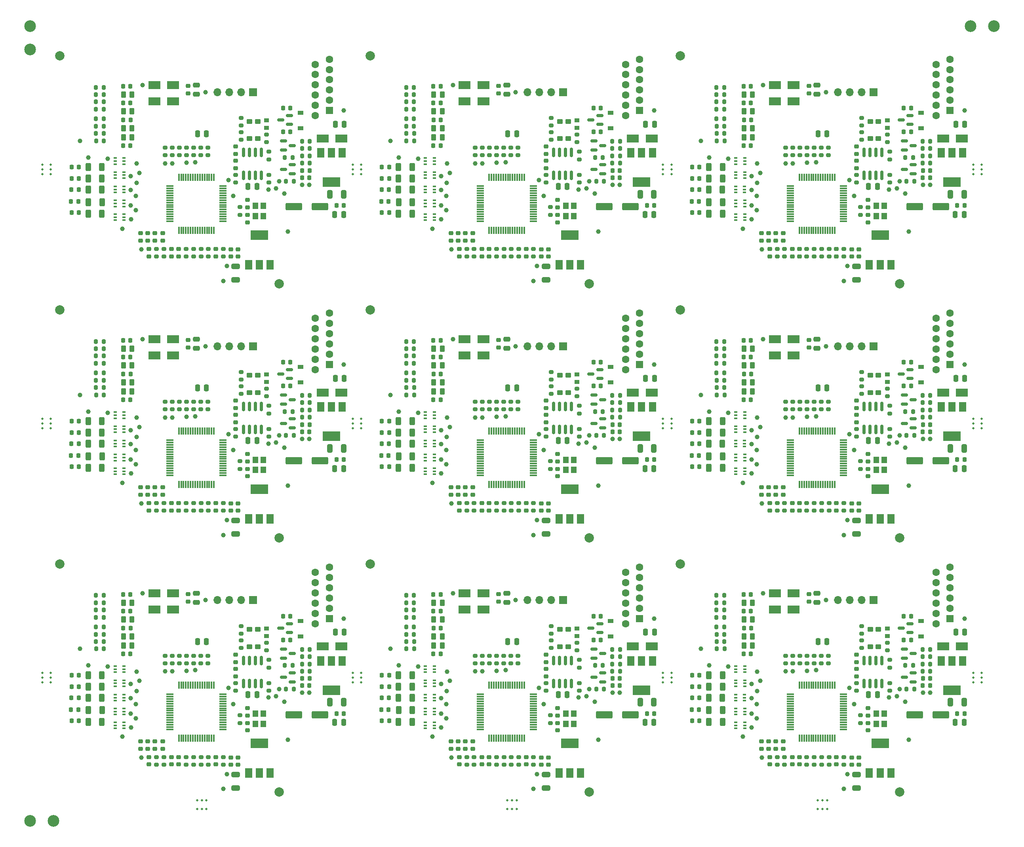
<source format=gbr>
%TF.GenerationSoftware,KiCad,Pcbnew,(6.0.0)*%
%TF.CreationDate,2022-01-01T16:03:18+08:00*%
%TF.ProjectId,SX7H02050048_PB,53583748-3032-4303-9530-3034385f5042,rev?*%
%TF.SameCoordinates,Original*%
%TF.FileFunction,Soldermask,Bot*%
%TF.FilePolarity,Negative*%
%FSLAX46Y46*%
G04 Gerber Fmt 4.6, Leading zero omitted, Abs format (unit mm)*
G04 Created by KiCad (PCBNEW (6.0.0)) date 2022-01-01 16:03:18*
%MOMM*%
%LPD*%
G01*
G04 APERTURE LIST*
G04 Aperture macros list*
%AMRoundRect*
0 Rectangle with rounded corners*
0 $1 Rounding radius*
0 $2 $3 $4 $5 $6 $7 $8 $9 X,Y pos of 4 corners*
0 Add a 4 corners polygon primitive as box body*
4,1,4,$2,$3,$4,$5,$6,$7,$8,$9,$2,$3,0*
0 Add four circle primitives for the rounded corners*
1,1,$1+$1,$2,$3*
1,1,$1+$1,$4,$5*
1,1,$1+$1,$6,$7*
1,1,$1+$1,$8,$9*
0 Add four rect primitives between the rounded corners*
20,1,$1+$1,$2,$3,$4,$5,0*
20,1,$1+$1,$4,$5,$6,$7,0*
20,1,$1+$1,$6,$7,$8,$9,0*
20,1,$1+$1,$8,$9,$2,$3,0*%
G04 Aperture macros list end*
%ADD10C,0.500000*%
%ADD11R,0.650000X0.400000*%
%ADD12C,2.000000*%
%ADD13C,1.000000*%
%ADD14R,2.500000X1.800000*%
%ADD15RoundRect,0.200000X0.200000X0.275000X-0.200000X0.275000X-0.200000X-0.275000X0.200000X-0.275000X0*%
%ADD16RoundRect,0.225000X-0.250000X0.225000X-0.250000X-0.225000X0.250000X-0.225000X0.250000X0.225000X0*%
%ADD17R,1.500000X2.000000*%
%ADD18R,3.800000X2.000000*%
%ADD19RoundRect,0.250000X-0.312500X-0.625000X0.312500X-0.625000X0.312500X0.625000X-0.312500X0.625000X0*%
%ADD20RoundRect,0.200000X-0.200000X-0.275000X0.200000X-0.275000X0.200000X0.275000X-0.200000X0.275000X0*%
%ADD21RoundRect,0.225000X0.250000X-0.225000X0.250000X0.225000X-0.250000X0.225000X-0.250000X-0.225000X0*%
%ADD22RoundRect,0.250000X1.500000X0.550000X-1.500000X0.550000X-1.500000X-0.550000X1.500000X-0.550000X0*%
%ADD23RoundRect,0.050000X0.525000X0.450000X-0.525000X0.450000X-0.525000X-0.450000X0.525000X-0.450000X0*%
%ADD24RoundRect,0.200000X-0.275000X0.200000X-0.275000X-0.200000X0.275000X-0.200000X0.275000X0.200000X0*%
%ADD25R,1.200000X1.400000*%
%ADD26RoundRect,0.225000X0.225000X0.250000X-0.225000X0.250000X-0.225000X-0.250000X0.225000X-0.250000X0*%
%ADD27RoundRect,0.250000X-0.325000X-0.650000X0.325000X-0.650000X0.325000X0.650000X-0.325000X0.650000X0*%
%ADD28RoundRect,0.225000X-0.225000X-0.250000X0.225000X-0.250000X0.225000X0.250000X-0.225000X0.250000X0*%
%ADD29RoundRect,0.250000X0.262500X0.450000X-0.262500X0.450000X-0.262500X-0.450000X0.262500X-0.450000X0*%
%ADD30RoundRect,0.250000X-0.250000X-0.475000X0.250000X-0.475000X0.250000X0.475000X-0.250000X0.475000X0*%
%ADD31RoundRect,0.250000X-0.650000X0.325000X-0.650000X-0.325000X0.650000X-0.325000X0.650000X0.325000X0*%
%ADD32R,1.000000X0.900000*%
%ADD33RoundRect,0.250000X0.250000X0.475000X-0.250000X0.475000X-0.250000X-0.475000X0.250000X-0.475000X0*%
%ADD34RoundRect,0.150000X-0.587500X-0.150000X0.587500X-0.150000X0.587500X0.150000X-0.587500X0.150000X0*%
%ADD35RoundRect,0.150000X0.587500X0.150000X-0.587500X0.150000X-0.587500X-0.150000X0.587500X-0.150000X0*%
%ADD36RoundRect,0.075000X0.700000X0.075000X-0.700000X0.075000X-0.700000X-0.075000X0.700000X-0.075000X0*%
%ADD37RoundRect,0.075000X0.075000X0.700000X-0.075000X0.700000X-0.075000X-0.700000X0.075000X-0.700000X0*%
%ADD38RoundRect,0.150000X0.150000X-0.825000X0.150000X0.825000X-0.150000X0.825000X-0.150000X-0.825000X0*%
%ADD39RoundRect,0.200000X0.275000X-0.200000X0.275000X0.200000X-0.275000X0.200000X-0.275000X-0.200000X0*%
%ADD40R,1.200000X0.900000*%
%ADD41RoundRect,0.250000X-0.475000X0.250000X-0.475000X-0.250000X0.475000X-0.250000X0.475000X0.250000X0*%
%ADD42R,1.600000X1.600000*%
%ADD43C,1.600000*%
%ADD44R,1.700000X1.700000*%
%ADD45O,1.700000X1.700000*%
%ADD46C,2.500000*%
G04 APERTURE END LIST*
D10*
%TO.C,*%
X192875000Y-189950183D03*
%TD*%
%TO.C,*%
X190875000Y-189950183D03*
%TD*%
%TO.C,*%
X191875000Y-189950183D03*
%TD*%
%TO.C,*%
X192875000Y-188150183D03*
%TD*%
%TO.C,*%
X190875000Y-188150183D03*
%TD*%
%TO.C,*%
X191875000Y-188150183D03*
%TD*%
%TO.C,*%
X126525000Y-189950183D03*
%TD*%
%TO.C,*%
X124525000Y-189950183D03*
%TD*%
%TO.C,*%
X125525000Y-189950183D03*
%TD*%
%TO.C,*%
X126525000Y-188150183D03*
%TD*%
%TO.C,*%
X124525000Y-188150183D03*
%TD*%
%TO.C,*%
X125525000Y-188150183D03*
%TD*%
%TO.C,*%
X60175000Y-189950183D03*
%TD*%
%TO.C,*%
X58175000Y-189950183D03*
%TD*%
%TO.C,*%
X59175000Y-189950183D03*
%TD*%
%TO.C,*%
X60175000Y-188150183D03*
%TD*%
%TO.C,*%
X58175000Y-188150183D03*
%TD*%
%TO.C,*%
X59175000Y-188150183D03*
%TD*%
%TO.C,*%
X225950000Y-162875152D03*
%TD*%
%TO.C,*%
X225950000Y-160875152D03*
%TD*%
%TO.C,*%
X225950000Y-161875152D03*
%TD*%
%TO.C,*%
X224150000Y-162875152D03*
%TD*%
%TO.C,*%
X224150000Y-160875152D03*
%TD*%
%TO.C,*%
X224150000Y-161875152D03*
%TD*%
%TO.C,*%
X159600000Y-162875152D03*
%TD*%
%TO.C,*%
X159600000Y-160875152D03*
%TD*%
%TO.C,*%
X159600000Y-161875152D03*
%TD*%
%TO.C,*%
X157800000Y-162875152D03*
%TD*%
%TO.C,*%
X157800000Y-160875152D03*
%TD*%
%TO.C,*%
X157800000Y-161875152D03*
%TD*%
%TO.C,*%
X93250000Y-162875152D03*
%TD*%
%TO.C,*%
X93250000Y-160875152D03*
%TD*%
%TO.C,*%
X93250000Y-161875152D03*
%TD*%
%TO.C,*%
X91450000Y-162875152D03*
%TD*%
%TO.C,*%
X91450000Y-160875152D03*
%TD*%
%TO.C,*%
X91450000Y-161875152D03*
%TD*%
%TO.C,*%
X26900000Y-162875152D03*
%TD*%
%TO.C,*%
X26900000Y-160875152D03*
%TD*%
%TO.C,*%
X26900000Y-161875152D03*
%TD*%
%TO.C,*%
X25100000Y-162875152D03*
%TD*%
%TO.C,*%
X25100000Y-160875152D03*
%TD*%
%TO.C,*%
X25100000Y-161875152D03*
%TD*%
%TO.C,*%
X225950000Y-108525091D03*
%TD*%
%TO.C,*%
X225950000Y-106525091D03*
%TD*%
%TO.C,*%
X225950000Y-107525091D03*
%TD*%
%TO.C,*%
X224150000Y-108525091D03*
%TD*%
%TO.C,*%
X224150000Y-106525091D03*
%TD*%
%TO.C,*%
X224150000Y-107525091D03*
%TD*%
%TO.C,*%
X159600000Y-108525091D03*
%TD*%
%TO.C,*%
X159600000Y-106525091D03*
%TD*%
%TO.C,*%
X159600000Y-107525091D03*
%TD*%
%TO.C,*%
X157800000Y-108525091D03*
%TD*%
%TO.C,*%
X157800000Y-106525091D03*
%TD*%
%TO.C,*%
X157800000Y-107525091D03*
%TD*%
%TO.C,*%
X93250000Y-108525091D03*
%TD*%
%TO.C,*%
X93250000Y-106525091D03*
%TD*%
%TO.C,*%
X93250000Y-107525091D03*
%TD*%
%TO.C,*%
X91450000Y-108525091D03*
%TD*%
%TO.C,*%
X91450000Y-106525091D03*
%TD*%
%TO.C,*%
X91450000Y-107525091D03*
%TD*%
%TO.C,*%
X26900000Y-108525091D03*
%TD*%
%TO.C,*%
X26900000Y-106525091D03*
%TD*%
%TO.C,*%
X26900000Y-107525091D03*
%TD*%
%TO.C,*%
X25100000Y-108525091D03*
%TD*%
%TO.C,*%
X25100000Y-106525091D03*
%TD*%
%TO.C,*%
X25100000Y-107525091D03*
%TD*%
%TO.C,*%
X225950000Y-54175030D03*
%TD*%
%TO.C,*%
X225950000Y-52175030D03*
%TD*%
%TO.C,*%
X225950000Y-53175030D03*
%TD*%
%TO.C,*%
X224150000Y-54175030D03*
%TD*%
%TO.C,*%
X224150000Y-52175030D03*
%TD*%
%TO.C,*%
X224150000Y-53175030D03*
%TD*%
%TO.C,*%
X159600000Y-54175030D03*
%TD*%
%TO.C,*%
X159600000Y-52175030D03*
%TD*%
%TO.C,*%
X159600000Y-53175030D03*
%TD*%
%TO.C,*%
X157800000Y-54175030D03*
%TD*%
%TO.C,*%
X157800000Y-52175030D03*
%TD*%
%TO.C,*%
X157800000Y-53175030D03*
%TD*%
%TO.C,*%
X93250000Y-54175030D03*
%TD*%
%TO.C,*%
X93250000Y-52175030D03*
%TD*%
%TO.C,*%
X93250000Y-53175030D03*
%TD*%
%TO.C,*%
X91450000Y-54175030D03*
%TD*%
%TO.C,*%
X91450000Y-52175030D03*
%TD*%
%TO.C,*%
X91450000Y-53175030D03*
%TD*%
%TO.C,*%
X26900000Y-54175030D03*
%TD*%
%TO.C,*%
X26900000Y-52175030D03*
%TD*%
%TO.C,*%
X26900000Y-53175030D03*
%TD*%
%TO.C,*%
X25100000Y-54175030D03*
%TD*%
%TO.C,*%
X25100000Y-52175030D03*
%TD*%
%TO.C,*%
X25100000Y-53175030D03*
%TD*%
D11*
%TO.C,Q105*%
X173351798Y-172732875D03*
X173351798Y-172082875D03*
X173351798Y-171432875D03*
X175251798Y-171432875D03*
X175251798Y-172082875D03*
X175251798Y-172732875D03*
%TD*%
D12*
%TO.C,MARK3*%
X208406998Y-186337175D03*
%TD*%
D13*
%TO.C,TP86*%
X176746198Y-172518475D03*
%TD*%
D14*
%TO.C,D104*%
X181725998Y-147311175D03*
X185725998Y-147311175D03*
%TD*%
D15*
%TO.C,R123*%
X170877998Y-145852575D03*
X169227998Y-145852575D03*
%TD*%
D16*
%TO.C,C123*%
X183514998Y-175532175D03*
X183514998Y-177082175D03*
%TD*%
D13*
%TO.C,TP15*%
X196468998Y-185705175D03*
%TD*%
D17*
%TO.C,Q102*%
X217282998Y-158298175D03*
X219582998Y-158298175D03*
D18*
X219582998Y-164598175D03*
D17*
X221882998Y-158298175D03*
%TD*%
D19*
%TO.C,R143*%
X167589298Y-161332875D03*
X170514298Y-161332875D03*
%TD*%
D20*
%TO.C,R129*%
X169227998Y-148976775D03*
X170877998Y-148976775D03*
%TD*%
D13*
%TO.C,TP8*%
X208406998Y-164369175D03*
%TD*%
D20*
%TO.C,R128*%
X169240998Y-152608975D03*
X170890998Y-152608975D03*
%TD*%
D21*
%TO.C,C115*%
X201625198Y-173170575D03*
X201625198Y-171620575D03*
%TD*%
D13*
%TO.C,TP82*%
X177926998Y-164779675D03*
%TD*%
D15*
%TO.C,R125*%
X170877998Y-147401975D03*
X169227998Y-147401975D03*
%TD*%
D21*
%TO.C,L102*%
X185419998Y-180458475D03*
X185419998Y-178908475D03*
%TD*%
D22*
%TO.C,C104*%
X217175998Y-169830175D03*
X211575998Y-169830175D03*
%TD*%
D16*
%TO.C,C112*%
X188975998Y-144036175D03*
X188975998Y-145586175D03*
%TD*%
D23*
%TO.C,L104*%
X203840098Y-151580575D03*
X203840098Y-155260575D03*
X202110098Y-155260575D03*
X202110098Y-151580575D03*
%TD*%
D13*
%TO.C,TP24*%
X207771998Y-165893175D03*
%TD*%
D24*
%TO.C,R148*%
X200278998Y-150844175D03*
X200278998Y-152494175D03*
%TD*%
D13*
%TO.C,TP73*%
X171758898Y-159547275D03*
%TD*%
D25*
%TO.C,Y101*%
X205065998Y-169619175D03*
X205065998Y-171819175D03*
X203365998Y-171819175D03*
X203365998Y-169619175D03*
%TD*%
D26*
%TO.C,C142*%
X165481598Y-168759275D03*
X163931598Y-168759275D03*
%TD*%
D13*
%TO.C,TP81*%
X177799998Y-170592175D03*
%TD*%
%TO.C,TP47*%
X165861998Y-155733175D03*
%TD*%
D24*
%TO.C,R117*%
X196468998Y-178858475D03*
X196468998Y-180508475D03*
%TD*%
D27*
%TO.C,C103*%
X219250998Y-167163175D03*
X222200998Y-167163175D03*
%TD*%
D28*
%TO.C,C102*%
X213359398Y-162083175D03*
X214909398Y-162083175D03*
%TD*%
D29*
%TO.C,R130*%
X176934498Y-155047375D03*
X175109498Y-155047375D03*
%TD*%
D13*
%TO.C,TP13*%
X178942998Y-178974175D03*
%TD*%
D30*
%TO.C,C107*%
X220283998Y-171481175D03*
X222183998Y-171481175D03*
%TD*%
D26*
%TO.C,C141*%
X165576798Y-171082875D03*
X164026798Y-171082875D03*
%TD*%
D24*
%TO.C,R108*%
X182194098Y-178858475D03*
X182194098Y-180508475D03*
%TD*%
%TO.C,R139*%
X191710698Y-178858475D03*
X191710698Y-180508475D03*
%TD*%
D28*
%TO.C,C130*%
X175043798Y-147681375D03*
X176593798Y-147681375D03*
%TD*%
D13*
%TO.C,TP75*%
X177956498Y-160614075D03*
%TD*%
%TO.C,TP9*%
X213359998Y-165131175D03*
%TD*%
D26*
%TO.C,L101*%
X214896998Y-163607175D03*
X213346998Y-163607175D03*
%TD*%
%TO.C,C143*%
X165576798Y-163832875D03*
X164026798Y-163832875D03*
%TD*%
D13*
%TO.C,TP69*%
X167639998Y-159289175D03*
%TD*%
D31*
%TO.C,C108*%
X199135998Y-182579175D03*
X199135998Y-185529175D03*
%TD*%
D14*
%TO.C,D102*%
X217709998Y-155225175D03*
X221709998Y-155225175D03*
%TD*%
D21*
%TO.C,C147*%
X199135998Y-161588175D03*
X199135998Y-160038175D03*
%TD*%
D15*
%TO.C,R122*%
X170916398Y-154183775D03*
X169266398Y-154183775D03*
%TD*%
D24*
%TO.C,R107*%
X183768998Y-178858475D03*
X183768998Y-180508475D03*
%TD*%
D13*
%TO.C,TP51*%
X184022998Y-160559175D03*
%TD*%
D24*
%TO.C,R153*%
X199135998Y-163036175D03*
X199135998Y-164686175D03*
%TD*%
D13*
%TO.C,TP76*%
X176695398Y-166270075D03*
%TD*%
D16*
%TO.C,C126*%
X180339998Y-175532175D03*
X180339998Y-177082175D03*
%TD*%
D32*
%TO.C,R149*%
X205739998Y-151377177D03*
X205739998Y-152977179D03*
%TD*%
D16*
%TO.C,C125*%
X181863998Y-175532175D03*
X181863998Y-177082175D03*
%TD*%
D29*
%TO.C,R133*%
X176934498Y-149459375D03*
X175109498Y-149459375D03*
%TD*%
D24*
%TO.C,R137*%
X190124598Y-178858475D03*
X190124598Y-180508475D03*
%TD*%
%TO.C,R113*%
X187070998Y-157194175D03*
X187070998Y-158844175D03*
%TD*%
D13*
%TO.C,TP2*%
X198627998Y-167544175D03*
%TD*%
D16*
%TO.C,C106*%
X180607998Y-178908475D03*
X180607998Y-180458475D03*
%TD*%
D24*
%TO.C,R111*%
X200050398Y-169944975D03*
X200050398Y-171594975D03*
%TD*%
%TO.C,R136*%
X188594998Y-157194175D03*
X188594998Y-158844175D03*
%TD*%
D20*
%TO.C,R104*%
X213309398Y-160503175D03*
X214959398Y-160503175D03*
%TD*%
D21*
%TO.C,C146*%
X199135998Y-158540175D03*
X199135998Y-156990175D03*
%TD*%
D28*
%TO.C,C127*%
X175043798Y-156825375D03*
X176593798Y-156825375D03*
%TD*%
D33*
%TO.C,C101*%
X222310998Y-152177175D03*
X220410998Y-152177175D03*
%TD*%
D12*
%TO.C,MARK4*%
X161512998Y-137537175D03*
%TD*%
D13*
%TO.C,TP94*%
X197230998Y-182530175D03*
%TD*%
D34*
%TO.C,Q101*%
X209374498Y-157699175D03*
X209374498Y-155799175D03*
X211249498Y-156749175D03*
%TD*%
D11*
%TO.C,Q104*%
X173342598Y-166808075D03*
X173342598Y-166158075D03*
X173342598Y-165508075D03*
X175242598Y-165508075D03*
X175242598Y-166158075D03*
X175242598Y-166808075D03*
%TD*%
D19*
%TO.C,R145*%
X167589298Y-171332875D03*
X170514298Y-171332875D03*
%TD*%
D20*
%TO.C,R101*%
X209867998Y-164369175D03*
X211517998Y-164369175D03*
%TD*%
D11*
%TO.C,Q107*%
X173351798Y-163732875D03*
X173351798Y-163082875D03*
X173351798Y-162432875D03*
X175251798Y-162432875D03*
X175251798Y-163082875D03*
X175251798Y-163732875D03*
%TD*%
D35*
%TO.C,D103*%
X211249498Y-160879175D03*
X211249498Y-162779175D03*
X209374498Y-161829175D03*
%TD*%
D36*
%TO.C,U102*%
X196403598Y-165445175D03*
X196403598Y-165945175D03*
X196403598Y-166445175D03*
X196403598Y-166945175D03*
X196403598Y-167445175D03*
X196403598Y-167945175D03*
X196403598Y-168445175D03*
X196403598Y-168945175D03*
X196403598Y-169445175D03*
X196403598Y-169945175D03*
X196403598Y-170445175D03*
X196403598Y-170945175D03*
X196403598Y-171445175D03*
X196403598Y-171945175D03*
X196403598Y-172445175D03*
X196403598Y-172945175D03*
D37*
X194478598Y-174870175D03*
X193978598Y-174870175D03*
X193478598Y-174870175D03*
X192978598Y-174870175D03*
X192478598Y-174870175D03*
X191978598Y-174870175D03*
X191478598Y-174870175D03*
X190978598Y-174870175D03*
X190478598Y-174870175D03*
X189978598Y-174870175D03*
X189478598Y-174870175D03*
X188978598Y-174870175D03*
X188478598Y-174870175D03*
X187978598Y-174870175D03*
X187478598Y-174870175D03*
X186978598Y-174870175D03*
D36*
X185053598Y-172945175D03*
X185053598Y-172445175D03*
X185053598Y-171945175D03*
X185053598Y-171445175D03*
X185053598Y-170945175D03*
X185053598Y-170445175D03*
X185053598Y-169945175D03*
X185053598Y-169445175D03*
X185053598Y-168945175D03*
X185053598Y-168445175D03*
X185053598Y-167945175D03*
X185053598Y-167445175D03*
X185053598Y-166945175D03*
X185053598Y-166445175D03*
X185053598Y-165945175D03*
X185053598Y-165445175D03*
D37*
X186978598Y-163520175D03*
X187478598Y-163520175D03*
X187978598Y-163520175D03*
X188478598Y-163520175D03*
X188978598Y-163520175D03*
X189478598Y-163520175D03*
X189978598Y-163520175D03*
X190478598Y-163520175D03*
X190978598Y-163520175D03*
X191478598Y-163520175D03*
X191978598Y-163520175D03*
X192478598Y-163520175D03*
X192978598Y-163520175D03*
X193478598Y-163520175D03*
X193978598Y-163520175D03*
X194478598Y-163520175D03*
%TD*%
D17*
%TO.C,U101*%
X206515998Y-182251175D03*
D18*
X204215998Y-175951175D03*
D17*
X204215998Y-182251175D03*
X201915998Y-182251175D03*
%TD*%
D28*
%TO.C,C105*%
X220712998Y-169576175D03*
X222262998Y-169576175D03*
%TD*%
D35*
%TO.C,D108*%
X210614498Y-150338175D03*
X210614498Y-152238175D03*
X208739498Y-151288175D03*
%TD*%
D24*
%TO.C,R141*%
X188538498Y-178858475D03*
X188538498Y-180508475D03*
%TD*%
D26*
%TO.C,C140*%
X165567598Y-166172475D03*
X164017598Y-166172475D03*
%TD*%
D15*
%TO.C,R105*%
X214946998Y-155860175D03*
X213296998Y-155860175D03*
%TD*%
D13*
%TO.C,TP58*%
X190499998Y-160305175D03*
%TD*%
D24*
%TO.C,R150*%
X200278998Y-153892175D03*
X200278998Y-155542175D03*
%TD*%
D38*
%TO.C,U104*%
X204596998Y-163161175D03*
X203326998Y-163161175D03*
X202056998Y-163161175D03*
X200786998Y-163161175D03*
X200786998Y-158211175D03*
X202056998Y-158211175D03*
X203326998Y-158211175D03*
X204596998Y-158211175D03*
%TD*%
D21*
%TO.C,C110*%
X198119998Y-180511175D03*
X198119998Y-178961175D03*
%TD*%
D39*
%TO.C,R151*%
X205739998Y-156050175D03*
X205739998Y-154400175D03*
%TD*%
D40*
%TO.C,D101*%
X212978998Y-153065175D03*
X212978998Y-149765175D03*
%TD*%
D19*
%TO.C,R146*%
X167612898Y-168860875D03*
X170537898Y-168860875D03*
%TD*%
D11*
%TO.C,Q103*%
X173351798Y-160732875D03*
X173351798Y-160082875D03*
X173351798Y-159432875D03*
X175251798Y-159432875D03*
X175251798Y-160082875D03*
X175251798Y-160732875D03*
%TD*%
D28*
%TO.C,C128*%
X175043798Y-144125375D03*
X176593798Y-144125375D03*
%TD*%
D11*
%TO.C,Q106*%
X173351798Y-169790275D03*
X173351798Y-169140275D03*
X173351798Y-168490275D03*
X175251798Y-168490275D03*
X175251798Y-169140275D03*
X175251798Y-169790275D03*
%TD*%
D13*
%TO.C,TP16*%
X192658998Y-145319175D03*
%TD*%
D19*
%TO.C,R144*%
X167580098Y-166172475D03*
X170505098Y-166172475D03*
%TD*%
D13*
%TO.C,TP5*%
X209549998Y-167036175D03*
%TD*%
D24*
%TO.C,R142*%
X193296798Y-178858475D03*
X193296798Y-180508475D03*
%TD*%
%TO.C,R114*%
X190118998Y-157194175D03*
X190118998Y-158844175D03*
%TD*%
%TO.C,R135*%
X185546998Y-157194175D03*
X185546998Y-158844175D03*
%TD*%
D19*
%TO.C,R147*%
X167589298Y-163832875D03*
X170514298Y-163832875D03*
%TD*%
D16*
%TO.C,C137*%
X186952398Y-178908475D03*
X186952398Y-180458475D03*
%TD*%
D30*
%TO.C,C132*%
X190946998Y-154209175D03*
X192846998Y-154209175D03*
%TD*%
D13*
%TO.C,TP7*%
X214883998Y-165131175D03*
%TD*%
D21*
%TO.C,C111*%
X199643998Y-180511175D03*
X199643998Y-178961175D03*
%TD*%
D15*
%TO.C,R106*%
X214946998Y-157384175D03*
X213296998Y-157384175D03*
%TD*%
D39*
%TO.C,R115*%
X191642998Y-158844175D03*
X191642998Y-157194175D03*
%TD*%
D15*
%TO.C,R103*%
X214959398Y-158979175D03*
X213309398Y-158979175D03*
%TD*%
D20*
%TO.C,R126*%
X169291798Y-155733175D03*
X170941798Y-155733175D03*
%TD*%
D28*
%TO.C,C145*%
X209282998Y-153828175D03*
X210832998Y-153828175D03*
%TD*%
D41*
%TO.C,C109*%
X190725998Y-143861175D03*
X190725998Y-145761175D03*
%TD*%
D20*
%TO.C,R127*%
X169227998Y-144303175D03*
X170877998Y-144303175D03*
%TD*%
D16*
%TO.C,C114*%
X201625198Y-168420175D03*
X201625198Y-169970175D03*
%TD*%
%TO.C,C124*%
X178815998Y-175532175D03*
X178815998Y-177082175D03*
%TD*%
D14*
%TO.C,D105*%
X181725998Y-143811175D03*
X185725998Y-143811175D03*
%TD*%
D13*
%TO.C,TP60*%
X188594998Y-160432175D03*
%TD*%
D16*
%TO.C,C138*%
X194882898Y-178908475D03*
X194882898Y-180458475D03*
%TD*%
D13*
%TO.C,TP4*%
X222249998Y-149256175D03*
%TD*%
D29*
%TO.C,R131*%
X176934498Y-145903375D03*
X175109498Y-145903375D03*
%TD*%
D13*
%TO.C,TP17*%
X179208998Y-143804175D03*
%TD*%
%TO.C,TP71*%
X177799998Y-167544175D03*
%TD*%
D29*
%TO.C,R132*%
X176934498Y-153066175D03*
X175109498Y-153066175D03*
%TD*%
D13*
%TO.C,TP25*%
X197611998Y-164115175D03*
%TD*%
D26*
%TO.C,C139*%
X165576798Y-161332875D03*
X164026798Y-161332875D03*
%TD*%
D13*
%TO.C,TP88*%
X176695398Y-163272875D03*
%TD*%
D20*
%TO.C,R102*%
X209613998Y-159289175D03*
X211263998Y-159289175D03*
%TD*%
D24*
%TO.C,R152*%
X206247998Y-158083175D03*
X206247998Y-159733175D03*
%TD*%
D13*
%TO.C,TP80*%
X174878998Y-174529175D03*
%TD*%
D24*
%TO.C,R154*%
X206247998Y-163036175D03*
X206247998Y-164686175D03*
%TD*%
D13*
%TO.C,TP72*%
X178561998Y-162591175D03*
%TD*%
%TO.C,TP57*%
X185546998Y-160559175D03*
%TD*%
D28*
%TO.C,C129*%
X175094598Y-151288175D03*
X176644598Y-151288175D03*
%TD*%
D26*
%TO.C,C144*%
X210832998Y-148748175D03*
X209282998Y-148748175D03*
%TD*%
D39*
%TO.C,R134*%
X184022998Y-158844175D03*
X184022998Y-157194175D03*
%TD*%
%TO.C,L105*%
X193166998Y-158844175D03*
X193166998Y-157194175D03*
%TD*%
D15*
%TO.C,R124*%
X170877998Y-151059575D03*
X169227998Y-151059575D03*
%TD*%
D30*
%TO.C,C148*%
X201741998Y-165512175D03*
X203641998Y-165512175D03*
%TD*%
D13*
%TO.C,TP12*%
X210311998Y-175164175D03*
%TD*%
%TO.C,TP23*%
X206120998Y-166147175D03*
%TD*%
%TO.C,TP87*%
X176695398Y-169572075D03*
%TD*%
D42*
%TO.C,J1*%
X219162998Y-149287175D03*
D43*
X219162998Y-147087175D03*
X219162998Y-144887175D03*
X219162998Y-142687175D03*
X219162998Y-140487175D03*
X219162998Y-138287175D03*
X216162998Y-150387175D03*
X216162998Y-148187175D03*
X216162998Y-145987175D03*
X216162998Y-143787175D03*
X216162998Y-141587175D03*
X216162998Y-139387175D03*
%TD*%
D44*
%TO.C,J101*%
X202808998Y-145319175D03*
D45*
X200268998Y-145319175D03*
X197728998Y-145319175D03*
X195188998Y-145319175D03*
%TD*%
D11*
%TO.C,Q105*%
X107001798Y-172732875D03*
X107001798Y-172082875D03*
X107001798Y-171432875D03*
X108901798Y-171432875D03*
X108901798Y-172082875D03*
X108901798Y-172732875D03*
%TD*%
D12*
%TO.C,MARK3*%
X142056998Y-186337175D03*
%TD*%
D13*
%TO.C,TP86*%
X110396198Y-172518475D03*
%TD*%
D14*
%TO.C,D104*%
X115375998Y-147311175D03*
X119375998Y-147311175D03*
%TD*%
D15*
%TO.C,R123*%
X104527998Y-145852575D03*
X102877998Y-145852575D03*
%TD*%
D16*
%TO.C,C123*%
X117164998Y-175532175D03*
X117164998Y-177082175D03*
%TD*%
D13*
%TO.C,TP15*%
X130118998Y-185705175D03*
%TD*%
D17*
%TO.C,Q102*%
X150932998Y-158298175D03*
X153232998Y-158298175D03*
D18*
X153232998Y-164598175D03*
D17*
X155532998Y-158298175D03*
%TD*%
D19*
%TO.C,R143*%
X101239298Y-161332875D03*
X104164298Y-161332875D03*
%TD*%
D20*
%TO.C,R129*%
X102877998Y-148976775D03*
X104527998Y-148976775D03*
%TD*%
D13*
%TO.C,TP8*%
X142056998Y-164369175D03*
%TD*%
D20*
%TO.C,R128*%
X102890998Y-152608975D03*
X104540998Y-152608975D03*
%TD*%
D21*
%TO.C,C115*%
X135275198Y-173170575D03*
X135275198Y-171620575D03*
%TD*%
D13*
%TO.C,TP82*%
X111576998Y-164779675D03*
%TD*%
D15*
%TO.C,R125*%
X104527998Y-147401975D03*
X102877998Y-147401975D03*
%TD*%
D21*
%TO.C,L102*%
X119069998Y-180458475D03*
X119069998Y-178908475D03*
%TD*%
D22*
%TO.C,C104*%
X150825998Y-169830175D03*
X145225998Y-169830175D03*
%TD*%
D16*
%TO.C,C112*%
X122625998Y-144036175D03*
X122625998Y-145586175D03*
%TD*%
D23*
%TO.C,L104*%
X137490098Y-151580575D03*
X137490098Y-155260575D03*
X135760098Y-155260575D03*
X135760098Y-151580575D03*
%TD*%
D13*
%TO.C,TP24*%
X141421998Y-165893175D03*
%TD*%
D24*
%TO.C,R148*%
X133928998Y-150844175D03*
X133928998Y-152494175D03*
%TD*%
D13*
%TO.C,TP73*%
X105408898Y-159547275D03*
%TD*%
D25*
%TO.C,Y101*%
X138715998Y-169619175D03*
X138715998Y-171819175D03*
X137015998Y-171819175D03*
X137015998Y-169619175D03*
%TD*%
D26*
%TO.C,C142*%
X99131598Y-168759275D03*
X97581598Y-168759275D03*
%TD*%
D13*
%TO.C,TP81*%
X111449998Y-170592175D03*
%TD*%
%TO.C,TP47*%
X99511998Y-155733175D03*
%TD*%
D24*
%TO.C,R117*%
X130118998Y-178858475D03*
X130118998Y-180508475D03*
%TD*%
D27*
%TO.C,C103*%
X152900998Y-167163175D03*
X155850998Y-167163175D03*
%TD*%
D28*
%TO.C,C102*%
X147009398Y-162083175D03*
X148559398Y-162083175D03*
%TD*%
D29*
%TO.C,R130*%
X110584498Y-155047375D03*
X108759498Y-155047375D03*
%TD*%
D13*
%TO.C,TP13*%
X112592998Y-178974175D03*
%TD*%
D30*
%TO.C,C107*%
X153933998Y-171481175D03*
X155833998Y-171481175D03*
%TD*%
D26*
%TO.C,C141*%
X99226798Y-171082875D03*
X97676798Y-171082875D03*
%TD*%
D24*
%TO.C,R108*%
X115844098Y-178858475D03*
X115844098Y-180508475D03*
%TD*%
%TO.C,R139*%
X125360698Y-178858475D03*
X125360698Y-180508475D03*
%TD*%
D28*
%TO.C,C130*%
X108693798Y-147681375D03*
X110243798Y-147681375D03*
%TD*%
D13*
%TO.C,TP75*%
X111606498Y-160614075D03*
%TD*%
%TO.C,TP9*%
X147009998Y-165131175D03*
%TD*%
D26*
%TO.C,L101*%
X148546998Y-163607175D03*
X146996998Y-163607175D03*
%TD*%
%TO.C,C143*%
X99226798Y-163832875D03*
X97676798Y-163832875D03*
%TD*%
D13*
%TO.C,TP69*%
X101289998Y-159289175D03*
%TD*%
D31*
%TO.C,C108*%
X132785998Y-182579175D03*
X132785998Y-185529175D03*
%TD*%
D14*
%TO.C,D102*%
X151359998Y-155225175D03*
X155359998Y-155225175D03*
%TD*%
D21*
%TO.C,C147*%
X132785998Y-161588175D03*
X132785998Y-160038175D03*
%TD*%
D15*
%TO.C,R122*%
X104566398Y-154183775D03*
X102916398Y-154183775D03*
%TD*%
D24*
%TO.C,R107*%
X117418998Y-178858475D03*
X117418998Y-180508475D03*
%TD*%
D13*
%TO.C,TP51*%
X117672998Y-160559175D03*
%TD*%
D24*
%TO.C,R153*%
X132785998Y-163036175D03*
X132785998Y-164686175D03*
%TD*%
D13*
%TO.C,TP76*%
X110345398Y-166270075D03*
%TD*%
D16*
%TO.C,C126*%
X113989998Y-175532175D03*
X113989998Y-177082175D03*
%TD*%
D32*
%TO.C,R149*%
X139389998Y-151377177D03*
X139389998Y-152977179D03*
%TD*%
D16*
%TO.C,C125*%
X115513998Y-175532175D03*
X115513998Y-177082175D03*
%TD*%
D29*
%TO.C,R133*%
X110584498Y-149459375D03*
X108759498Y-149459375D03*
%TD*%
D24*
%TO.C,R137*%
X123774598Y-178858475D03*
X123774598Y-180508475D03*
%TD*%
%TO.C,R113*%
X120720998Y-157194175D03*
X120720998Y-158844175D03*
%TD*%
D13*
%TO.C,TP2*%
X132277998Y-167544175D03*
%TD*%
D16*
%TO.C,C106*%
X114257998Y-178908475D03*
X114257998Y-180458475D03*
%TD*%
D24*
%TO.C,R111*%
X133700398Y-169944975D03*
X133700398Y-171594975D03*
%TD*%
%TO.C,R136*%
X122244998Y-157194175D03*
X122244998Y-158844175D03*
%TD*%
D20*
%TO.C,R104*%
X146959398Y-160503175D03*
X148609398Y-160503175D03*
%TD*%
D21*
%TO.C,C146*%
X132785998Y-158540175D03*
X132785998Y-156990175D03*
%TD*%
D28*
%TO.C,C127*%
X108693798Y-156825375D03*
X110243798Y-156825375D03*
%TD*%
D33*
%TO.C,C101*%
X155960998Y-152177175D03*
X154060998Y-152177175D03*
%TD*%
D12*
%TO.C,MARK4*%
X95162998Y-137537175D03*
%TD*%
D13*
%TO.C,TP94*%
X130880998Y-182530175D03*
%TD*%
D34*
%TO.C,Q101*%
X143024498Y-157699175D03*
X143024498Y-155799175D03*
X144899498Y-156749175D03*
%TD*%
D11*
%TO.C,Q104*%
X106992598Y-166808075D03*
X106992598Y-166158075D03*
X106992598Y-165508075D03*
X108892598Y-165508075D03*
X108892598Y-166158075D03*
X108892598Y-166808075D03*
%TD*%
D19*
%TO.C,R145*%
X101239298Y-171332875D03*
X104164298Y-171332875D03*
%TD*%
D20*
%TO.C,R101*%
X143517998Y-164369175D03*
X145167998Y-164369175D03*
%TD*%
D11*
%TO.C,Q107*%
X107001798Y-163732875D03*
X107001798Y-163082875D03*
X107001798Y-162432875D03*
X108901798Y-162432875D03*
X108901798Y-163082875D03*
X108901798Y-163732875D03*
%TD*%
D35*
%TO.C,D103*%
X144899498Y-160879175D03*
X144899498Y-162779175D03*
X143024498Y-161829175D03*
%TD*%
D36*
%TO.C,U102*%
X130053598Y-165445175D03*
X130053598Y-165945175D03*
X130053598Y-166445175D03*
X130053598Y-166945175D03*
X130053598Y-167445175D03*
X130053598Y-167945175D03*
X130053598Y-168445175D03*
X130053598Y-168945175D03*
X130053598Y-169445175D03*
X130053598Y-169945175D03*
X130053598Y-170445175D03*
X130053598Y-170945175D03*
X130053598Y-171445175D03*
X130053598Y-171945175D03*
X130053598Y-172445175D03*
X130053598Y-172945175D03*
D37*
X128128598Y-174870175D03*
X127628598Y-174870175D03*
X127128598Y-174870175D03*
X126628598Y-174870175D03*
X126128598Y-174870175D03*
X125628598Y-174870175D03*
X125128598Y-174870175D03*
X124628598Y-174870175D03*
X124128598Y-174870175D03*
X123628598Y-174870175D03*
X123128598Y-174870175D03*
X122628598Y-174870175D03*
X122128598Y-174870175D03*
X121628598Y-174870175D03*
X121128598Y-174870175D03*
X120628598Y-174870175D03*
D36*
X118703598Y-172945175D03*
X118703598Y-172445175D03*
X118703598Y-171945175D03*
X118703598Y-171445175D03*
X118703598Y-170945175D03*
X118703598Y-170445175D03*
X118703598Y-169945175D03*
X118703598Y-169445175D03*
X118703598Y-168945175D03*
X118703598Y-168445175D03*
X118703598Y-167945175D03*
X118703598Y-167445175D03*
X118703598Y-166945175D03*
X118703598Y-166445175D03*
X118703598Y-165945175D03*
X118703598Y-165445175D03*
D37*
X120628598Y-163520175D03*
X121128598Y-163520175D03*
X121628598Y-163520175D03*
X122128598Y-163520175D03*
X122628598Y-163520175D03*
X123128598Y-163520175D03*
X123628598Y-163520175D03*
X124128598Y-163520175D03*
X124628598Y-163520175D03*
X125128598Y-163520175D03*
X125628598Y-163520175D03*
X126128598Y-163520175D03*
X126628598Y-163520175D03*
X127128598Y-163520175D03*
X127628598Y-163520175D03*
X128128598Y-163520175D03*
%TD*%
D17*
%TO.C,U101*%
X140165998Y-182251175D03*
D18*
X137865998Y-175951175D03*
D17*
X137865998Y-182251175D03*
X135565998Y-182251175D03*
%TD*%
D28*
%TO.C,C105*%
X154362998Y-169576175D03*
X155912998Y-169576175D03*
%TD*%
D35*
%TO.C,D108*%
X144264498Y-150338175D03*
X144264498Y-152238175D03*
X142389498Y-151288175D03*
%TD*%
D24*
%TO.C,R141*%
X122188498Y-178858475D03*
X122188498Y-180508475D03*
%TD*%
D26*
%TO.C,C140*%
X99217598Y-166172475D03*
X97667598Y-166172475D03*
%TD*%
D15*
%TO.C,R105*%
X148596998Y-155860175D03*
X146946998Y-155860175D03*
%TD*%
D13*
%TO.C,TP58*%
X124149998Y-160305175D03*
%TD*%
D24*
%TO.C,R150*%
X133928998Y-153892175D03*
X133928998Y-155542175D03*
%TD*%
D38*
%TO.C,U104*%
X138246998Y-163161175D03*
X136976998Y-163161175D03*
X135706998Y-163161175D03*
X134436998Y-163161175D03*
X134436998Y-158211175D03*
X135706998Y-158211175D03*
X136976998Y-158211175D03*
X138246998Y-158211175D03*
%TD*%
D21*
%TO.C,C110*%
X131769998Y-180511175D03*
X131769998Y-178961175D03*
%TD*%
D39*
%TO.C,R151*%
X139389998Y-156050175D03*
X139389998Y-154400175D03*
%TD*%
D40*
%TO.C,D101*%
X146628998Y-153065175D03*
X146628998Y-149765175D03*
%TD*%
D19*
%TO.C,R146*%
X101262898Y-168860875D03*
X104187898Y-168860875D03*
%TD*%
D11*
%TO.C,Q103*%
X107001798Y-160732875D03*
X107001798Y-160082875D03*
X107001798Y-159432875D03*
X108901798Y-159432875D03*
X108901798Y-160082875D03*
X108901798Y-160732875D03*
%TD*%
D28*
%TO.C,C128*%
X108693798Y-144125375D03*
X110243798Y-144125375D03*
%TD*%
D11*
%TO.C,Q106*%
X107001798Y-169790275D03*
X107001798Y-169140275D03*
X107001798Y-168490275D03*
X108901798Y-168490275D03*
X108901798Y-169140275D03*
X108901798Y-169790275D03*
%TD*%
D13*
%TO.C,TP16*%
X126308998Y-145319175D03*
%TD*%
D19*
%TO.C,R144*%
X101230098Y-166172475D03*
X104155098Y-166172475D03*
%TD*%
D13*
%TO.C,TP5*%
X143199998Y-167036175D03*
%TD*%
D24*
%TO.C,R142*%
X126946798Y-178858475D03*
X126946798Y-180508475D03*
%TD*%
%TO.C,R114*%
X123768998Y-157194175D03*
X123768998Y-158844175D03*
%TD*%
%TO.C,R135*%
X119196998Y-157194175D03*
X119196998Y-158844175D03*
%TD*%
D19*
%TO.C,R147*%
X101239298Y-163832875D03*
X104164298Y-163832875D03*
%TD*%
D16*
%TO.C,C137*%
X120602398Y-178908475D03*
X120602398Y-180458475D03*
%TD*%
D30*
%TO.C,C132*%
X124596998Y-154209175D03*
X126496998Y-154209175D03*
%TD*%
D13*
%TO.C,TP7*%
X148533998Y-165131175D03*
%TD*%
D21*
%TO.C,C111*%
X133293998Y-180511175D03*
X133293998Y-178961175D03*
%TD*%
D15*
%TO.C,R106*%
X148596998Y-157384175D03*
X146946998Y-157384175D03*
%TD*%
D39*
%TO.C,R115*%
X125292998Y-158844175D03*
X125292998Y-157194175D03*
%TD*%
D15*
%TO.C,R103*%
X148609398Y-158979175D03*
X146959398Y-158979175D03*
%TD*%
D20*
%TO.C,R126*%
X102941798Y-155733175D03*
X104591798Y-155733175D03*
%TD*%
D28*
%TO.C,C145*%
X142932998Y-153828175D03*
X144482998Y-153828175D03*
%TD*%
D41*
%TO.C,C109*%
X124375998Y-143861175D03*
X124375998Y-145761175D03*
%TD*%
D20*
%TO.C,R127*%
X102877998Y-144303175D03*
X104527998Y-144303175D03*
%TD*%
D16*
%TO.C,C114*%
X135275198Y-168420175D03*
X135275198Y-169970175D03*
%TD*%
%TO.C,C124*%
X112465998Y-175532175D03*
X112465998Y-177082175D03*
%TD*%
D14*
%TO.C,D105*%
X115375998Y-143811175D03*
X119375998Y-143811175D03*
%TD*%
D13*
%TO.C,TP60*%
X122244998Y-160432175D03*
%TD*%
D16*
%TO.C,C138*%
X128532898Y-178908475D03*
X128532898Y-180458475D03*
%TD*%
D13*
%TO.C,TP4*%
X155899998Y-149256175D03*
%TD*%
D29*
%TO.C,R131*%
X110584498Y-145903375D03*
X108759498Y-145903375D03*
%TD*%
D13*
%TO.C,TP17*%
X112858998Y-143804175D03*
%TD*%
%TO.C,TP71*%
X111449998Y-167544175D03*
%TD*%
D29*
%TO.C,R132*%
X110584498Y-153066175D03*
X108759498Y-153066175D03*
%TD*%
D13*
%TO.C,TP25*%
X131261998Y-164115175D03*
%TD*%
D26*
%TO.C,C139*%
X99226798Y-161332875D03*
X97676798Y-161332875D03*
%TD*%
D13*
%TO.C,TP88*%
X110345398Y-163272875D03*
%TD*%
D20*
%TO.C,R102*%
X143263998Y-159289175D03*
X144913998Y-159289175D03*
%TD*%
D24*
%TO.C,R152*%
X139897998Y-158083175D03*
X139897998Y-159733175D03*
%TD*%
D13*
%TO.C,TP80*%
X108528998Y-174529175D03*
%TD*%
D24*
%TO.C,R154*%
X139897998Y-163036175D03*
X139897998Y-164686175D03*
%TD*%
D13*
%TO.C,TP72*%
X112211998Y-162591175D03*
%TD*%
%TO.C,TP57*%
X119196998Y-160559175D03*
%TD*%
D28*
%TO.C,C129*%
X108744598Y-151288175D03*
X110294598Y-151288175D03*
%TD*%
D26*
%TO.C,C144*%
X144482998Y-148748175D03*
X142932998Y-148748175D03*
%TD*%
D39*
%TO.C,R134*%
X117672998Y-158844175D03*
X117672998Y-157194175D03*
%TD*%
%TO.C,L105*%
X126816998Y-158844175D03*
X126816998Y-157194175D03*
%TD*%
D15*
%TO.C,R124*%
X104527998Y-151059575D03*
X102877998Y-151059575D03*
%TD*%
D30*
%TO.C,C148*%
X135391998Y-165512175D03*
X137291998Y-165512175D03*
%TD*%
D13*
%TO.C,TP12*%
X143961998Y-175164175D03*
%TD*%
%TO.C,TP23*%
X139770998Y-166147175D03*
%TD*%
%TO.C,TP87*%
X110345398Y-169572075D03*
%TD*%
D42*
%TO.C,J1*%
X152812998Y-149287175D03*
D43*
X152812998Y-147087175D03*
X152812998Y-144887175D03*
X152812998Y-142687175D03*
X152812998Y-140487175D03*
X152812998Y-138287175D03*
X149812998Y-150387175D03*
X149812998Y-148187175D03*
X149812998Y-145987175D03*
X149812998Y-143787175D03*
X149812998Y-141587175D03*
X149812998Y-139387175D03*
%TD*%
D44*
%TO.C,J101*%
X136458998Y-145319175D03*
D45*
X133918998Y-145319175D03*
X131378998Y-145319175D03*
X128838998Y-145319175D03*
%TD*%
D11*
%TO.C,Q105*%
X40651798Y-172732875D03*
X40651798Y-172082875D03*
X40651798Y-171432875D03*
X42551798Y-171432875D03*
X42551798Y-172082875D03*
X42551798Y-172732875D03*
%TD*%
D12*
%TO.C,MARK3*%
X75706998Y-186337175D03*
%TD*%
D13*
%TO.C,TP86*%
X44046198Y-172518475D03*
%TD*%
D14*
%TO.C,D104*%
X49025998Y-147311175D03*
X53025998Y-147311175D03*
%TD*%
D15*
%TO.C,R123*%
X38177998Y-145852575D03*
X36527998Y-145852575D03*
%TD*%
D16*
%TO.C,C123*%
X50814998Y-175532175D03*
X50814998Y-177082175D03*
%TD*%
D13*
%TO.C,TP15*%
X63768998Y-185705175D03*
%TD*%
D17*
%TO.C,Q102*%
X84582998Y-158298175D03*
X86882998Y-158298175D03*
D18*
X86882998Y-164598175D03*
D17*
X89182998Y-158298175D03*
%TD*%
D19*
%TO.C,R143*%
X34889298Y-161332875D03*
X37814298Y-161332875D03*
%TD*%
D20*
%TO.C,R129*%
X36527998Y-148976775D03*
X38177998Y-148976775D03*
%TD*%
D13*
%TO.C,TP8*%
X75706998Y-164369175D03*
%TD*%
D20*
%TO.C,R128*%
X36540998Y-152608975D03*
X38190998Y-152608975D03*
%TD*%
D21*
%TO.C,C115*%
X68925198Y-173170575D03*
X68925198Y-171620575D03*
%TD*%
D13*
%TO.C,TP82*%
X45226998Y-164779675D03*
%TD*%
D15*
%TO.C,R125*%
X38177998Y-147401975D03*
X36527998Y-147401975D03*
%TD*%
D21*
%TO.C,L102*%
X52719998Y-180458475D03*
X52719998Y-178908475D03*
%TD*%
D22*
%TO.C,C104*%
X84475998Y-169830175D03*
X78875998Y-169830175D03*
%TD*%
D16*
%TO.C,C112*%
X56275998Y-144036175D03*
X56275998Y-145586175D03*
%TD*%
D23*
%TO.C,L104*%
X71140098Y-151580575D03*
X71140098Y-155260575D03*
X69410098Y-155260575D03*
X69410098Y-151580575D03*
%TD*%
D13*
%TO.C,TP24*%
X75071998Y-165893175D03*
%TD*%
D24*
%TO.C,R148*%
X67578998Y-150844175D03*
X67578998Y-152494175D03*
%TD*%
D13*
%TO.C,TP73*%
X39058898Y-159547275D03*
%TD*%
D25*
%TO.C,Y101*%
X72365998Y-169619175D03*
X72365998Y-171819175D03*
X70665998Y-171819175D03*
X70665998Y-169619175D03*
%TD*%
D26*
%TO.C,C142*%
X32781598Y-168759275D03*
X31231598Y-168759275D03*
%TD*%
D13*
%TO.C,TP81*%
X45099998Y-170592175D03*
%TD*%
%TO.C,TP47*%
X33161998Y-155733175D03*
%TD*%
D24*
%TO.C,R117*%
X63768998Y-178858475D03*
X63768998Y-180508475D03*
%TD*%
D27*
%TO.C,C103*%
X86550998Y-167163175D03*
X89500998Y-167163175D03*
%TD*%
D28*
%TO.C,C102*%
X80659398Y-162083175D03*
X82209398Y-162083175D03*
%TD*%
D29*
%TO.C,R130*%
X44234498Y-155047375D03*
X42409498Y-155047375D03*
%TD*%
D13*
%TO.C,TP13*%
X46242998Y-178974175D03*
%TD*%
D30*
%TO.C,C107*%
X87583998Y-171481175D03*
X89483998Y-171481175D03*
%TD*%
D26*
%TO.C,C141*%
X32876798Y-171082875D03*
X31326798Y-171082875D03*
%TD*%
D24*
%TO.C,R108*%
X49494098Y-178858475D03*
X49494098Y-180508475D03*
%TD*%
%TO.C,R139*%
X59010698Y-178858475D03*
X59010698Y-180508475D03*
%TD*%
D28*
%TO.C,C130*%
X42343798Y-147681375D03*
X43893798Y-147681375D03*
%TD*%
D13*
%TO.C,TP75*%
X45256498Y-160614075D03*
%TD*%
%TO.C,TP9*%
X80659998Y-165131175D03*
%TD*%
D26*
%TO.C,L101*%
X82196998Y-163607175D03*
X80646998Y-163607175D03*
%TD*%
%TO.C,C143*%
X32876798Y-163832875D03*
X31326798Y-163832875D03*
%TD*%
D13*
%TO.C,TP69*%
X34939998Y-159289175D03*
%TD*%
D31*
%TO.C,C108*%
X66435998Y-182579175D03*
X66435998Y-185529175D03*
%TD*%
D14*
%TO.C,D102*%
X85009998Y-155225175D03*
X89009998Y-155225175D03*
%TD*%
D21*
%TO.C,C147*%
X66435998Y-161588175D03*
X66435998Y-160038175D03*
%TD*%
D15*
%TO.C,R122*%
X38216398Y-154183775D03*
X36566398Y-154183775D03*
%TD*%
D24*
%TO.C,R107*%
X51068998Y-178858475D03*
X51068998Y-180508475D03*
%TD*%
D13*
%TO.C,TP51*%
X51322998Y-160559175D03*
%TD*%
D24*
%TO.C,R153*%
X66435998Y-163036175D03*
X66435998Y-164686175D03*
%TD*%
D13*
%TO.C,TP76*%
X43995398Y-166270075D03*
%TD*%
D16*
%TO.C,C126*%
X47639998Y-175532175D03*
X47639998Y-177082175D03*
%TD*%
D32*
%TO.C,R149*%
X73039998Y-151377177D03*
X73039998Y-152977179D03*
%TD*%
D16*
%TO.C,C125*%
X49163998Y-175532175D03*
X49163998Y-177082175D03*
%TD*%
D29*
%TO.C,R133*%
X44234498Y-149459375D03*
X42409498Y-149459375D03*
%TD*%
D24*
%TO.C,R137*%
X57424598Y-178858475D03*
X57424598Y-180508475D03*
%TD*%
%TO.C,R113*%
X54370998Y-157194175D03*
X54370998Y-158844175D03*
%TD*%
D13*
%TO.C,TP2*%
X65927998Y-167544175D03*
%TD*%
D16*
%TO.C,C106*%
X47907998Y-178908475D03*
X47907998Y-180458475D03*
%TD*%
D24*
%TO.C,R111*%
X67350398Y-169944975D03*
X67350398Y-171594975D03*
%TD*%
%TO.C,R136*%
X55894998Y-157194175D03*
X55894998Y-158844175D03*
%TD*%
D20*
%TO.C,R104*%
X80609398Y-160503175D03*
X82259398Y-160503175D03*
%TD*%
D21*
%TO.C,C146*%
X66435998Y-158540175D03*
X66435998Y-156990175D03*
%TD*%
D28*
%TO.C,C127*%
X42343798Y-156825375D03*
X43893798Y-156825375D03*
%TD*%
D33*
%TO.C,C101*%
X89610998Y-152177175D03*
X87710998Y-152177175D03*
%TD*%
D12*
%TO.C,MARK4*%
X28812998Y-137537175D03*
%TD*%
D13*
%TO.C,TP94*%
X64530998Y-182530175D03*
%TD*%
D34*
%TO.C,Q101*%
X76674498Y-157699175D03*
X76674498Y-155799175D03*
X78549498Y-156749175D03*
%TD*%
D11*
%TO.C,Q104*%
X40642598Y-166808075D03*
X40642598Y-166158075D03*
X40642598Y-165508075D03*
X42542598Y-165508075D03*
X42542598Y-166158075D03*
X42542598Y-166808075D03*
%TD*%
D19*
%TO.C,R145*%
X34889298Y-171332875D03*
X37814298Y-171332875D03*
%TD*%
D20*
%TO.C,R101*%
X77167998Y-164369175D03*
X78817998Y-164369175D03*
%TD*%
D11*
%TO.C,Q107*%
X40651798Y-163732875D03*
X40651798Y-163082875D03*
X40651798Y-162432875D03*
X42551798Y-162432875D03*
X42551798Y-163082875D03*
X42551798Y-163732875D03*
%TD*%
D35*
%TO.C,D103*%
X78549498Y-160879175D03*
X78549498Y-162779175D03*
X76674498Y-161829175D03*
%TD*%
D36*
%TO.C,U102*%
X63703598Y-165445175D03*
X63703598Y-165945175D03*
X63703598Y-166445175D03*
X63703598Y-166945175D03*
X63703598Y-167445175D03*
X63703598Y-167945175D03*
X63703598Y-168445175D03*
X63703598Y-168945175D03*
X63703598Y-169445175D03*
X63703598Y-169945175D03*
X63703598Y-170445175D03*
X63703598Y-170945175D03*
X63703598Y-171445175D03*
X63703598Y-171945175D03*
X63703598Y-172445175D03*
X63703598Y-172945175D03*
D37*
X61778598Y-174870175D03*
X61278598Y-174870175D03*
X60778598Y-174870175D03*
X60278598Y-174870175D03*
X59778598Y-174870175D03*
X59278598Y-174870175D03*
X58778598Y-174870175D03*
X58278598Y-174870175D03*
X57778598Y-174870175D03*
X57278598Y-174870175D03*
X56778598Y-174870175D03*
X56278598Y-174870175D03*
X55778598Y-174870175D03*
X55278598Y-174870175D03*
X54778598Y-174870175D03*
X54278598Y-174870175D03*
D36*
X52353598Y-172945175D03*
X52353598Y-172445175D03*
X52353598Y-171945175D03*
X52353598Y-171445175D03*
X52353598Y-170945175D03*
X52353598Y-170445175D03*
X52353598Y-169945175D03*
X52353598Y-169445175D03*
X52353598Y-168945175D03*
X52353598Y-168445175D03*
X52353598Y-167945175D03*
X52353598Y-167445175D03*
X52353598Y-166945175D03*
X52353598Y-166445175D03*
X52353598Y-165945175D03*
X52353598Y-165445175D03*
D37*
X54278598Y-163520175D03*
X54778598Y-163520175D03*
X55278598Y-163520175D03*
X55778598Y-163520175D03*
X56278598Y-163520175D03*
X56778598Y-163520175D03*
X57278598Y-163520175D03*
X57778598Y-163520175D03*
X58278598Y-163520175D03*
X58778598Y-163520175D03*
X59278598Y-163520175D03*
X59778598Y-163520175D03*
X60278598Y-163520175D03*
X60778598Y-163520175D03*
X61278598Y-163520175D03*
X61778598Y-163520175D03*
%TD*%
D17*
%TO.C,U101*%
X73815998Y-182251175D03*
D18*
X71515998Y-175951175D03*
D17*
X71515998Y-182251175D03*
X69215998Y-182251175D03*
%TD*%
D28*
%TO.C,C105*%
X88012998Y-169576175D03*
X89562998Y-169576175D03*
%TD*%
D35*
%TO.C,D108*%
X77914498Y-150338175D03*
X77914498Y-152238175D03*
X76039498Y-151288175D03*
%TD*%
D24*
%TO.C,R141*%
X55838498Y-178858475D03*
X55838498Y-180508475D03*
%TD*%
D26*
%TO.C,C140*%
X32867598Y-166172475D03*
X31317598Y-166172475D03*
%TD*%
D15*
%TO.C,R105*%
X82246998Y-155860175D03*
X80596998Y-155860175D03*
%TD*%
D13*
%TO.C,TP58*%
X57799998Y-160305175D03*
%TD*%
D24*
%TO.C,R150*%
X67578998Y-153892175D03*
X67578998Y-155542175D03*
%TD*%
D38*
%TO.C,U104*%
X71896998Y-163161175D03*
X70626998Y-163161175D03*
X69356998Y-163161175D03*
X68086998Y-163161175D03*
X68086998Y-158211175D03*
X69356998Y-158211175D03*
X70626998Y-158211175D03*
X71896998Y-158211175D03*
%TD*%
D21*
%TO.C,C110*%
X65419998Y-180511175D03*
X65419998Y-178961175D03*
%TD*%
D39*
%TO.C,R151*%
X73039998Y-156050175D03*
X73039998Y-154400175D03*
%TD*%
D40*
%TO.C,D101*%
X80278998Y-153065175D03*
X80278998Y-149765175D03*
%TD*%
D19*
%TO.C,R146*%
X34912898Y-168860875D03*
X37837898Y-168860875D03*
%TD*%
D11*
%TO.C,Q103*%
X40651798Y-160732875D03*
X40651798Y-160082875D03*
X40651798Y-159432875D03*
X42551798Y-159432875D03*
X42551798Y-160082875D03*
X42551798Y-160732875D03*
%TD*%
D28*
%TO.C,C128*%
X42343798Y-144125375D03*
X43893798Y-144125375D03*
%TD*%
D11*
%TO.C,Q106*%
X40651798Y-169790275D03*
X40651798Y-169140275D03*
X40651798Y-168490275D03*
X42551798Y-168490275D03*
X42551798Y-169140275D03*
X42551798Y-169790275D03*
%TD*%
D13*
%TO.C,TP16*%
X59958998Y-145319175D03*
%TD*%
D19*
%TO.C,R144*%
X34880098Y-166172475D03*
X37805098Y-166172475D03*
%TD*%
D13*
%TO.C,TP5*%
X76849998Y-167036175D03*
%TD*%
D24*
%TO.C,R142*%
X60596798Y-178858475D03*
X60596798Y-180508475D03*
%TD*%
%TO.C,R114*%
X57418998Y-157194175D03*
X57418998Y-158844175D03*
%TD*%
%TO.C,R135*%
X52846998Y-157194175D03*
X52846998Y-158844175D03*
%TD*%
D19*
%TO.C,R147*%
X34889298Y-163832875D03*
X37814298Y-163832875D03*
%TD*%
D16*
%TO.C,C137*%
X54252398Y-178908475D03*
X54252398Y-180458475D03*
%TD*%
D30*
%TO.C,C132*%
X58246998Y-154209175D03*
X60146998Y-154209175D03*
%TD*%
D13*
%TO.C,TP7*%
X82183998Y-165131175D03*
%TD*%
D21*
%TO.C,C111*%
X66943998Y-180511175D03*
X66943998Y-178961175D03*
%TD*%
D15*
%TO.C,R106*%
X82246998Y-157384175D03*
X80596998Y-157384175D03*
%TD*%
D39*
%TO.C,R115*%
X58942998Y-158844175D03*
X58942998Y-157194175D03*
%TD*%
D15*
%TO.C,R103*%
X82259398Y-158979175D03*
X80609398Y-158979175D03*
%TD*%
D20*
%TO.C,R126*%
X36591798Y-155733175D03*
X38241798Y-155733175D03*
%TD*%
D28*
%TO.C,C145*%
X76582998Y-153828175D03*
X78132998Y-153828175D03*
%TD*%
D41*
%TO.C,C109*%
X58025998Y-143861175D03*
X58025998Y-145761175D03*
%TD*%
D20*
%TO.C,R127*%
X36527998Y-144303175D03*
X38177998Y-144303175D03*
%TD*%
D16*
%TO.C,C114*%
X68925198Y-168420175D03*
X68925198Y-169970175D03*
%TD*%
%TO.C,C124*%
X46115998Y-175532175D03*
X46115998Y-177082175D03*
%TD*%
D14*
%TO.C,D105*%
X49025998Y-143811175D03*
X53025998Y-143811175D03*
%TD*%
D13*
%TO.C,TP60*%
X55894998Y-160432175D03*
%TD*%
D16*
%TO.C,C138*%
X62182898Y-178908475D03*
X62182898Y-180458475D03*
%TD*%
D13*
%TO.C,TP4*%
X89549998Y-149256175D03*
%TD*%
D29*
%TO.C,R131*%
X44234498Y-145903375D03*
X42409498Y-145903375D03*
%TD*%
D13*
%TO.C,TP17*%
X46508998Y-143804175D03*
%TD*%
%TO.C,TP71*%
X45099998Y-167544175D03*
%TD*%
D29*
%TO.C,R132*%
X44234498Y-153066175D03*
X42409498Y-153066175D03*
%TD*%
D13*
%TO.C,TP25*%
X64911998Y-164115175D03*
%TD*%
D26*
%TO.C,C139*%
X32876798Y-161332875D03*
X31326798Y-161332875D03*
%TD*%
D13*
%TO.C,TP88*%
X43995398Y-163272875D03*
%TD*%
D20*
%TO.C,R102*%
X76913998Y-159289175D03*
X78563998Y-159289175D03*
%TD*%
D24*
%TO.C,R152*%
X73547998Y-158083175D03*
X73547998Y-159733175D03*
%TD*%
D13*
%TO.C,TP80*%
X42178998Y-174529175D03*
%TD*%
D24*
%TO.C,R154*%
X73547998Y-163036175D03*
X73547998Y-164686175D03*
%TD*%
D13*
%TO.C,TP72*%
X45861998Y-162591175D03*
%TD*%
%TO.C,TP57*%
X52846998Y-160559175D03*
%TD*%
D28*
%TO.C,C129*%
X42394598Y-151288175D03*
X43944598Y-151288175D03*
%TD*%
D26*
%TO.C,C144*%
X78132998Y-148748175D03*
X76582998Y-148748175D03*
%TD*%
D39*
%TO.C,R134*%
X51322998Y-158844175D03*
X51322998Y-157194175D03*
%TD*%
%TO.C,L105*%
X60466998Y-158844175D03*
X60466998Y-157194175D03*
%TD*%
D15*
%TO.C,R124*%
X38177998Y-151059575D03*
X36527998Y-151059575D03*
%TD*%
D30*
%TO.C,C148*%
X69041998Y-165512175D03*
X70941998Y-165512175D03*
%TD*%
D13*
%TO.C,TP12*%
X77611998Y-175164175D03*
%TD*%
%TO.C,TP23*%
X73420998Y-166147175D03*
%TD*%
%TO.C,TP87*%
X43995398Y-169572075D03*
%TD*%
D42*
%TO.C,J1*%
X86462998Y-149287175D03*
D43*
X86462998Y-147087175D03*
X86462998Y-144887175D03*
X86462998Y-142687175D03*
X86462998Y-140487175D03*
X86462998Y-138287175D03*
X83462998Y-150387175D03*
X83462998Y-148187175D03*
X83462998Y-145987175D03*
X83462998Y-143787175D03*
X83462998Y-141587175D03*
X83462998Y-139387175D03*
%TD*%
D44*
%TO.C,J101*%
X70108998Y-145319175D03*
D45*
X67568998Y-145319175D03*
X65028998Y-145319175D03*
X62488998Y-145319175D03*
%TD*%
D11*
%TO.C,Q105*%
X173351798Y-118382814D03*
X173351798Y-117732814D03*
X173351798Y-117082814D03*
X175251798Y-117082814D03*
X175251798Y-117732814D03*
X175251798Y-118382814D03*
%TD*%
D12*
%TO.C,MARK3*%
X208406998Y-131987114D03*
%TD*%
D13*
%TO.C,TP86*%
X176746198Y-118168414D03*
%TD*%
D14*
%TO.C,D104*%
X181725998Y-92961114D03*
X185725998Y-92961114D03*
%TD*%
D15*
%TO.C,R123*%
X170877998Y-91502514D03*
X169227998Y-91502514D03*
%TD*%
D16*
%TO.C,C123*%
X183514998Y-121182114D03*
X183514998Y-122732114D03*
%TD*%
D13*
%TO.C,TP15*%
X196468998Y-131355114D03*
%TD*%
D17*
%TO.C,Q102*%
X217282998Y-103948114D03*
X219582998Y-103948114D03*
D18*
X219582998Y-110248114D03*
D17*
X221882998Y-103948114D03*
%TD*%
D19*
%TO.C,R143*%
X167589298Y-106982814D03*
X170514298Y-106982814D03*
%TD*%
D20*
%TO.C,R129*%
X169227998Y-94626714D03*
X170877998Y-94626714D03*
%TD*%
D13*
%TO.C,TP8*%
X208406998Y-110019114D03*
%TD*%
D20*
%TO.C,R128*%
X169240998Y-98258914D03*
X170890998Y-98258914D03*
%TD*%
D21*
%TO.C,C115*%
X201625198Y-118820514D03*
X201625198Y-117270514D03*
%TD*%
D13*
%TO.C,TP82*%
X177926998Y-110429614D03*
%TD*%
D15*
%TO.C,R125*%
X170877998Y-93051914D03*
X169227998Y-93051914D03*
%TD*%
D21*
%TO.C,L102*%
X185419998Y-126108414D03*
X185419998Y-124558414D03*
%TD*%
D22*
%TO.C,C104*%
X217175998Y-115480114D03*
X211575998Y-115480114D03*
%TD*%
D16*
%TO.C,C112*%
X188975998Y-89686114D03*
X188975998Y-91236114D03*
%TD*%
D23*
%TO.C,L104*%
X203840098Y-97230514D03*
X203840098Y-100910514D03*
X202110098Y-100910514D03*
X202110098Y-97230514D03*
%TD*%
D13*
%TO.C,TP24*%
X207771998Y-111543114D03*
%TD*%
D24*
%TO.C,R148*%
X200278998Y-96494114D03*
X200278998Y-98144114D03*
%TD*%
D13*
%TO.C,TP73*%
X171758898Y-105197214D03*
%TD*%
D25*
%TO.C,Y101*%
X205065998Y-115269114D03*
X205065998Y-117469114D03*
X203365998Y-117469114D03*
X203365998Y-115269114D03*
%TD*%
D26*
%TO.C,C142*%
X165481598Y-114409214D03*
X163931598Y-114409214D03*
%TD*%
D13*
%TO.C,TP81*%
X177799998Y-116242114D03*
%TD*%
%TO.C,TP47*%
X165861998Y-101383114D03*
%TD*%
D24*
%TO.C,R117*%
X196468998Y-124508414D03*
X196468998Y-126158414D03*
%TD*%
D27*
%TO.C,C103*%
X219250998Y-112813114D03*
X222200998Y-112813114D03*
%TD*%
D28*
%TO.C,C102*%
X213359398Y-107733114D03*
X214909398Y-107733114D03*
%TD*%
D29*
%TO.C,R130*%
X176934498Y-100697314D03*
X175109498Y-100697314D03*
%TD*%
D13*
%TO.C,TP13*%
X178942998Y-124624114D03*
%TD*%
D30*
%TO.C,C107*%
X220283998Y-117131114D03*
X222183998Y-117131114D03*
%TD*%
D26*
%TO.C,C141*%
X165576798Y-116732814D03*
X164026798Y-116732814D03*
%TD*%
D24*
%TO.C,R108*%
X182194098Y-124508414D03*
X182194098Y-126158414D03*
%TD*%
%TO.C,R139*%
X191710698Y-124508414D03*
X191710698Y-126158414D03*
%TD*%
D28*
%TO.C,C130*%
X175043798Y-93331314D03*
X176593798Y-93331314D03*
%TD*%
D13*
%TO.C,TP75*%
X177956498Y-106264014D03*
%TD*%
%TO.C,TP9*%
X213359998Y-110781114D03*
%TD*%
D26*
%TO.C,L101*%
X214896998Y-109257114D03*
X213346998Y-109257114D03*
%TD*%
%TO.C,C143*%
X165576798Y-109482814D03*
X164026798Y-109482814D03*
%TD*%
D13*
%TO.C,TP69*%
X167639998Y-104939114D03*
%TD*%
D31*
%TO.C,C108*%
X199135998Y-128229114D03*
X199135998Y-131179114D03*
%TD*%
D14*
%TO.C,D102*%
X217709998Y-100875114D03*
X221709998Y-100875114D03*
%TD*%
D21*
%TO.C,C147*%
X199135998Y-107238114D03*
X199135998Y-105688114D03*
%TD*%
D15*
%TO.C,R122*%
X170916398Y-99833714D03*
X169266398Y-99833714D03*
%TD*%
D24*
%TO.C,R107*%
X183768998Y-124508414D03*
X183768998Y-126158414D03*
%TD*%
D13*
%TO.C,TP51*%
X184022998Y-106209114D03*
%TD*%
D24*
%TO.C,R153*%
X199135998Y-108686114D03*
X199135998Y-110336114D03*
%TD*%
D13*
%TO.C,TP76*%
X176695398Y-111920014D03*
%TD*%
D16*
%TO.C,C126*%
X180339998Y-121182114D03*
X180339998Y-122732114D03*
%TD*%
D32*
%TO.C,R149*%
X205739998Y-97027116D03*
X205739998Y-98627118D03*
%TD*%
D16*
%TO.C,C125*%
X181863998Y-121182114D03*
X181863998Y-122732114D03*
%TD*%
D29*
%TO.C,R133*%
X176934498Y-95109314D03*
X175109498Y-95109314D03*
%TD*%
D24*
%TO.C,R137*%
X190124598Y-124508414D03*
X190124598Y-126158414D03*
%TD*%
%TO.C,R113*%
X187070998Y-102844114D03*
X187070998Y-104494114D03*
%TD*%
D13*
%TO.C,TP2*%
X198627998Y-113194114D03*
%TD*%
D16*
%TO.C,C106*%
X180607998Y-124558414D03*
X180607998Y-126108414D03*
%TD*%
D24*
%TO.C,R111*%
X200050398Y-115594914D03*
X200050398Y-117244914D03*
%TD*%
%TO.C,R136*%
X188594998Y-102844114D03*
X188594998Y-104494114D03*
%TD*%
D20*
%TO.C,R104*%
X213309398Y-106153114D03*
X214959398Y-106153114D03*
%TD*%
D21*
%TO.C,C146*%
X199135998Y-104190114D03*
X199135998Y-102640114D03*
%TD*%
D28*
%TO.C,C127*%
X175043798Y-102475314D03*
X176593798Y-102475314D03*
%TD*%
D33*
%TO.C,C101*%
X222310998Y-97827114D03*
X220410998Y-97827114D03*
%TD*%
D12*
%TO.C,MARK4*%
X161512998Y-83187114D03*
%TD*%
D13*
%TO.C,TP94*%
X197230998Y-128180114D03*
%TD*%
D34*
%TO.C,Q101*%
X209374498Y-103349114D03*
X209374498Y-101449114D03*
X211249498Y-102399114D03*
%TD*%
D11*
%TO.C,Q104*%
X173342598Y-112458014D03*
X173342598Y-111808014D03*
X173342598Y-111158014D03*
X175242598Y-111158014D03*
X175242598Y-111808014D03*
X175242598Y-112458014D03*
%TD*%
D19*
%TO.C,R145*%
X167589298Y-116982814D03*
X170514298Y-116982814D03*
%TD*%
D20*
%TO.C,R101*%
X209867998Y-110019114D03*
X211517998Y-110019114D03*
%TD*%
D11*
%TO.C,Q107*%
X173351798Y-109382814D03*
X173351798Y-108732814D03*
X173351798Y-108082814D03*
X175251798Y-108082814D03*
X175251798Y-108732814D03*
X175251798Y-109382814D03*
%TD*%
D35*
%TO.C,D103*%
X211249498Y-106529114D03*
X211249498Y-108429114D03*
X209374498Y-107479114D03*
%TD*%
D36*
%TO.C,U102*%
X196403598Y-111095114D03*
X196403598Y-111595114D03*
X196403598Y-112095114D03*
X196403598Y-112595114D03*
X196403598Y-113095114D03*
X196403598Y-113595114D03*
X196403598Y-114095114D03*
X196403598Y-114595114D03*
X196403598Y-115095114D03*
X196403598Y-115595114D03*
X196403598Y-116095114D03*
X196403598Y-116595114D03*
X196403598Y-117095114D03*
X196403598Y-117595114D03*
X196403598Y-118095114D03*
X196403598Y-118595114D03*
D37*
X194478598Y-120520114D03*
X193978598Y-120520114D03*
X193478598Y-120520114D03*
X192978598Y-120520114D03*
X192478598Y-120520114D03*
X191978598Y-120520114D03*
X191478598Y-120520114D03*
X190978598Y-120520114D03*
X190478598Y-120520114D03*
X189978598Y-120520114D03*
X189478598Y-120520114D03*
X188978598Y-120520114D03*
X188478598Y-120520114D03*
X187978598Y-120520114D03*
X187478598Y-120520114D03*
X186978598Y-120520114D03*
D36*
X185053598Y-118595114D03*
X185053598Y-118095114D03*
X185053598Y-117595114D03*
X185053598Y-117095114D03*
X185053598Y-116595114D03*
X185053598Y-116095114D03*
X185053598Y-115595114D03*
X185053598Y-115095114D03*
X185053598Y-114595114D03*
X185053598Y-114095114D03*
X185053598Y-113595114D03*
X185053598Y-113095114D03*
X185053598Y-112595114D03*
X185053598Y-112095114D03*
X185053598Y-111595114D03*
X185053598Y-111095114D03*
D37*
X186978598Y-109170114D03*
X187478598Y-109170114D03*
X187978598Y-109170114D03*
X188478598Y-109170114D03*
X188978598Y-109170114D03*
X189478598Y-109170114D03*
X189978598Y-109170114D03*
X190478598Y-109170114D03*
X190978598Y-109170114D03*
X191478598Y-109170114D03*
X191978598Y-109170114D03*
X192478598Y-109170114D03*
X192978598Y-109170114D03*
X193478598Y-109170114D03*
X193978598Y-109170114D03*
X194478598Y-109170114D03*
%TD*%
D17*
%TO.C,U101*%
X206515998Y-127901114D03*
D18*
X204215998Y-121601114D03*
D17*
X204215998Y-127901114D03*
X201915998Y-127901114D03*
%TD*%
D28*
%TO.C,C105*%
X220712998Y-115226114D03*
X222262998Y-115226114D03*
%TD*%
D35*
%TO.C,D108*%
X210614498Y-95988114D03*
X210614498Y-97888114D03*
X208739498Y-96938114D03*
%TD*%
D24*
%TO.C,R141*%
X188538498Y-124508414D03*
X188538498Y-126158414D03*
%TD*%
D26*
%TO.C,C140*%
X165567598Y-111822414D03*
X164017598Y-111822414D03*
%TD*%
D15*
%TO.C,R105*%
X214946998Y-101510114D03*
X213296998Y-101510114D03*
%TD*%
D13*
%TO.C,TP58*%
X190499998Y-105955114D03*
%TD*%
D24*
%TO.C,R150*%
X200278998Y-99542114D03*
X200278998Y-101192114D03*
%TD*%
D38*
%TO.C,U104*%
X204596998Y-108811114D03*
X203326998Y-108811114D03*
X202056998Y-108811114D03*
X200786998Y-108811114D03*
X200786998Y-103861114D03*
X202056998Y-103861114D03*
X203326998Y-103861114D03*
X204596998Y-103861114D03*
%TD*%
D21*
%TO.C,C110*%
X198119998Y-126161114D03*
X198119998Y-124611114D03*
%TD*%
D39*
%TO.C,R151*%
X205739998Y-101700114D03*
X205739998Y-100050114D03*
%TD*%
D40*
%TO.C,D101*%
X212978998Y-98715114D03*
X212978998Y-95415114D03*
%TD*%
D19*
%TO.C,R146*%
X167612898Y-114510814D03*
X170537898Y-114510814D03*
%TD*%
D11*
%TO.C,Q103*%
X173351798Y-106382814D03*
X173351798Y-105732814D03*
X173351798Y-105082814D03*
X175251798Y-105082814D03*
X175251798Y-105732814D03*
X175251798Y-106382814D03*
%TD*%
D28*
%TO.C,C128*%
X175043798Y-89775314D03*
X176593798Y-89775314D03*
%TD*%
D11*
%TO.C,Q106*%
X173351798Y-115440214D03*
X173351798Y-114790214D03*
X173351798Y-114140214D03*
X175251798Y-114140214D03*
X175251798Y-114790214D03*
X175251798Y-115440214D03*
%TD*%
D13*
%TO.C,TP16*%
X192658998Y-90969114D03*
%TD*%
D19*
%TO.C,R144*%
X167580098Y-111822414D03*
X170505098Y-111822414D03*
%TD*%
D13*
%TO.C,TP5*%
X209549998Y-112686114D03*
%TD*%
D24*
%TO.C,R142*%
X193296798Y-124508414D03*
X193296798Y-126158414D03*
%TD*%
%TO.C,R114*%
X190118998Y-102844114D03*
X190118998Y-104494114D03*
%TD*%
%TO.C,R135*%
X185546998Y-102844114D03*
X185546998Y-104494114D03*
%TD*%
D19*
%TO.C,R147*%
X167589298Y-109482814D03*
X170514298Y-109482814D03*
%TD*%
D16*
%TO.C,C137*%
X186952398Y-124558414D03*
X186952398Y-126108414D03*
%TD*%
D30*
%TO.C,C132*%
X190946998Y-99859114D03*
X192846998Y-99859114D03*
%TD*%
D13*
%TO.C,TP7*%
X214883998Y-110781114D03*
%TD*%
D21*
%TO.C,C111*%
X199643998Y-126161114D03*
X199643998Y-124611114D03*
%TD*%
D15*
%TO.C,R106*%
X214946998Y-103034114D03*
X213296998Y-103034114D03*
%TD*%
D39*
%TO.C,R115*%
X191642998Y-104494114D03*
X191642998Y-102844114D03*
%TD*%
D15*
%TO.C,R103*%
X214959398Y-104629114D03*
X213309398Y-104629114D03*
%TD*%
D20*
%TO.C,R126*%
X169291798Y-101383114D03*
X170941798Y-101383114D03*
%TD*%
D28*
%TO.C,C145*%
X209282998Y-99478114D03*
X210832998Y-99478114D03*
%TD*%
D41*
%TO.C,C109*%
X190725998Y-89511114D03*
X190725998Y-91411114D03*
%TD*%
D20*
%TO.C,R127*%
X169227998Y-89953114D03*
X170877998Y-89953114D03*
%TD*%
D16*
%TO.C,C114*%
X201625198Y-114070114D03*
X201625198Y-115620114D03*
%TD*%
%TO.C,C124*%
X178815998Y-121182114D03*
X178815998Y-122732114D03*
%TD*%
D14*
%TO.C,D105*%
X181725998Y-89461114D03*
X185725998Y-89461114D03*
%TD*%
D13*
%TO.C,TP60*%
X188594998Y-106082114D03*
%TD*%
D16*
%TO.C,C138*%
X194882898Y-124558414D03*
X194882898Y-126108414D03*
%TD*%
D13*
%TO.C,TP4*%
X222249998Y-94906114D03*
%TD*%
D29*
%TO.C,R131*%
X176934498Y-91553314D03*
X175109498Y-91553314D03*
%TD*%
D13*
%TO.C,TP17*%
X179208998Y-89454114D03*
%TD*%
%TO.C,TP71*%
X177799998Y-113194114D03*
%TD*%
D29*
%TO.C,R132*%
X176934498Y-98716114D03*
X175109498Y-98716114D03*
%TD*%
D13*
%TO.C,TP25*%
X197611998Y-109765114D03*
%TD*%
D26*
%TO.C,C139*%
X165576798Y-106982814D03*
X164026798Y-106982814D03*
%TD*%
D13*
%TO.C,TP88*%
X176695398Y-108922814D03*
%TD*%
D20*
%TO.C,R102*%
X209613998Y-104939114D03*
X211263998Y-104939114D03*
%TD*%
D24*
%TO.C,R152*%
X206247998Y-103733114D03*
X206247998Y-105383114D03*
%TD*%
D13*
%TO.C,TP80*%
X174878998Y-120179114D03*
%TD*%
D24*
%TO.C,R154*%
X206247998Y-108686114D03*
X206247998Y-110336114D03*
%TD*%
D13*
%TO.C,TP72*%
X178561998Y-108241114D03*
%TD*%
%TO.C,TP57*%
X185546998Y-106209114D03*
%TD*%
D28*
%TO.C,C129*%
X175094598Y-96938114D03*
X176644598Y-96938114D03*
%TD*%
D26*
%TO.C,C144*%
X210832998Y-94398114D03*
X209282998Y-94398114D03*
%TD*%
D39*
%TO.C,R134*%
X184022998Y-104494114D03*
X184022998Y-102844114D03*
%TD*%
%TO.C,L105*%
X193166998Y-104494114D03*
X193166998Y-102844114D03*
%TD*%
D15*
%TO.C,R124*%
X170877998Y-96709514D03*
X169227998Y-96709514D03*
%TD*%
D30*
%TO.C,C148*%
X201741998Y-111162114D03*
X203641998Y-111162114D03*
%TD*%
D13*
%TO.C,TP12*%
X210311998Y-120814114D03*
%TD*%
%TO.C,TP23*%
X206120998Y-111797114D03*
%TD*%
%TO.C,TP87*%
X176695398Y-115222014D03*
%TD*%
D42*
%TO.C,J1*%
X219162998Y-94937114D03*
D43*
X219162998Y-92737114D03*
X219162998Y-90537114D03*
X219162998Y-88337114D03*
X219162998Y-86137114D03*
X219162998Y-83937114D03*
X216162998Y-96037114D03*
X216162998Y-93837114D03*
X216162998Y-91637114D03*
X216162998Y-89437114D03*
X216162998Y-87237114D03*
X216162998Y-85037114D03*
%TD*%
D44*
%TO.C,J101*%
X202808998Y-90969114D03*
D45*
X200268998Y-90969114D03*
X197728998Y-90969114D03*
X195188998Y-90969114D03*
%TD*%
D11*
%TO.C,Q105*%
X107001798Y-118382814D03*
X107001798Y-117732814D03*
X107001798Y-117082814D03*
X108901798Y-117082814D03*
X108901798Y-117732814D03*
X108901798Y-118382814D03*
%TD*%
D12*
%TO.C,MARK3*%
X142056998Y-131987114D03*
%TD*%
D13*
%TO.C,TP86*%
X110396198Y-118168414D03*
%TD*%
D14*
%TO.C,D104*%
X115375998Y-92961114D03*
X119375998Y-92961114D03*
%TD*%
D15*
%TO.C,R123*%
X104527998Y-91502514D03*
X102877998Y-91502514D03*
%TD*%
D16*
%TO.C,C123*%
X117164998Y-121182114D03*
X117164998Y-122732114D03*
%TD*%
D13*
%TO.C,TP15*%
X130118998Y-131355114D03*
%TD*%
D17*
%TO.C,Q102*%
X150932998Y-103948114D03*
X153232998Y-103948114D03*
D18*
X153232998Y-110248114D03*
D17*
X155532998Y-103948114D03*
%TD*%
D19*
%TO.C,R143*%
X101239298Y-106982814D03*
X104164298Y-106982814D03*
%TD*%
D20*
%TO.C,R129*%
X102877998Y-94626714D03*
X104527998Y-94626714D03*
%TD*%
D13*
%TO.C,TP8*%
X142056998Y-110019114D03*
%TD*%
D20*
%TO.C,R128*%
X102890998Y-98258914D03*
X104540998Y-98258914D03*
%TD*%
D21*
%TO.C,C115*%
X135275198Y-118820514D03*
X135275198Y-117270514D03*
%TD*%
D13*
%TO.C,TP82*%
X111576998Y-110429614D03*
%TD*%
D15*
%TO.C,R125*%
X104527998Y-93051914D03*
X102877998Y-93051914D03*
%TD*%
D21*
%TO.C,L102*%
X119069998Y-126108414D03*
X119069998Y-124558414D03*
%TD*%
D22*
%TO.C,C104*%
X150825998Y-115480114D03*
X145225998Y-115480114D03*
%TD*%
D16*
%TO.C,C112*%
X122625998Y-89686114D03*
X122625998Y-91236114D03*
%TD*%
D23*
%TO.C,L104*%
X137490098Y-97230514D03*
X137490098Y-100910514D03*
X135760098Y-100910514D03*
X135760098Y-97230514D03*
%TD*%
D13*
%TO.C,TP24*%
X141421998Y-111543114D03*
%TD*%
D24*
%TO.C,R148*%
X133928998Y-96494114D03*
X133928998Y-98144114D03*
%TD*%
D13*
%TO.C,TP73*%
X105408898Y-105197214D03*
%TD*%
D25*
%TO.C,Y101*%
X138715998Y-115269114D03*
X138715998Y-117469114D03*
X137015998Y-117469114D03*
X137015998Y-115269114D03*
%TD*%
D26*
%TO.C,C142*%
X99131598Y-114409214D03*
X97581598Y-114409214D03*
%TD*%
D13*
%TO.C,TP81*%
X111449998Y-116242114D03*
%TD*%
%TO.C,TP47*%
X99511998Y-101383114D03*
%TD*%
D24*
%TO.C,R117*%
X130118998Y-124508414D03*
X130118998Y-126158414D03*
%TD*%
D27*
%TO.C,C103*%
X152900998Y-112813114D03*
X155850998Y-112813114D03*
%TD*%
D28*
%TO.C,C102*%
X147009398Y-107733114D03*
X148559398Y-107733114D03*
%TD*%
D29*
%TO.C,R130*%
X110584498Y-100697314D03*
X108759498Y-100697314D03*
%TD*%
D13*
%TO.C,TP13*%
X112592998Y-124624114D03*
%TD*%
D30*
%TO.C,C107*%
X153933998Y-117131114D03*
X155833998Y-117131114D03*
%TD*%
D26*
%TO.C,C141*%
X99226798Y-116732814D03*
X97676798Y-116732814D03*
%TD*%
D24*
%TO.C,R108*%
X115844098Y-124508414D03*
X115844098Y-126158414D03*
%TD*%
%TO.C,R139*%
X125360698Y-124508414D03*
X125360698Y-126158414D03*
%TD*%
D28*
%TO.C,C130*%
X108693798Y-93331314D03*
X110243798Y-93331314D03*
%TD*%
D13*
%TO.C,TP75*%
X111606498Y-106264014D03*
%TD*%
%TO.C,TP9*%
X147009998Y-110781114D03*
%TD*%
D26*
%TO.C,L101*%
X148546998Y-109257114D03*
X146996998Y-109257114D03*
%TD*%
%TO.C,C143*%
X99226798Y-109482814D03*
X97676798Y-109482814D03*
%TD*%
D13*
%TO.C,TP69*%
X101289998Y-104939114D03*
%TD*%
D31*
%TO.C,C108*%
X132785998Y-128229114D03*
X132785998Y-131179114D03*
%TD*%
D14*
%TO.C,D102*%
X151359998Y-100875114D03*
X155359998Y-100875114D03*
%TD*%
D21*
%TO.C,C147*%
X132785998Y-107238114D03*
X132785998Y-105688114D03*
%TD*%
D15*
%TO.C,R122*%
X104566398Y-99833714D03*
X102916398Y-99833714D03*
%TD*%
D24*
%TO.C,R107*%
X117418998Y-124508414D03*
X117418998Y-126158414D03*
%TD*%
D13*
%TO.C,TP51*%
X117672998Y-106209114D03*
%TD*%
D24*
%TO.C,R153*%
X132785998Y-108686114D03*
X132785998Y-110336114D03*
%TD*%
D13*
%TO.C,TP76*%
X110345398Y-111920014D03*
%TD*%
D16*
%TO.C,C126*%
X113989998Y-121182114D03*
X113989998Y-122732114D03*
%TD*%
D32*
%TO.C,R149*%
X139389998Y-97027116D03*
X139389998Y-98627118D03*
%TD*%
D16*
%TO.C,C125*%
X115513998Y-121182114D03*
X115513998Y-122732114D03*
%TD*%
D29*
%TO.C,R133*%
X110584498Y-95109314D03*
X108759498Y-95109314D03*
%TD*%
D24*
%TO.C,R137*%
X123774598Y-124508414D03*
X123774598Y-126158414D03*
%TD*%
%TO.C,R113*%
X120720998Y-102844114D03*
X120720998Y-104494114D03*
%TD*%
D13*
%TO.C,TP2*%
X132277998Y-113194114D03*
%TD*%
D16*
%TO.C,C106*%
X114257998Y-124558414D03*
X114257998Y-126108414D03*
%TD*%
D24*
%TO.C,R111*%
X133700398Y-115594914D03*
X133700398Y-117244914D03*
%TD*%
%TO.C,R136*%
X122244998Y-102844114D03*
X122244998Y-104494114D03*
%TD*%
D20*
%TO.C,R104*%
X146959398Y-106153114D03*
X148609398Y-106153114D03*
%TD*%
D21*
%TO.C,C146*%
X132785998Y-104190114D03*
X132785998Y-102640114D03*
%TD*%
D28*
%TO.C,C127*%
X108693798Y-102475314D03*
X110243798Y-102475314D03*
%TD*%
D33*
%TO.C,C101*%
X155960998Y-97827114D03*
X154060998Y-97827114D03*
%TD*%
D12*
%TO.C,MARK4*%
X95162998Y-83187114D03*
%TD*%
D13*
%TO.C,TP94*%
X130880998Y-128180114D03*
%TD*%
D34*
%TO.C,Q101*%
X143024498Y-103349114D03*
X143024498Y-101449114D03*
X144899498Y-102399114D03*
%TD*%
D11*
%TO.C,Q104*%
X106992598Y-112458014D03*
X106992598Y-111808014D03*
X106992598Y-111158014D03*
X108892598Y-111158014D03*
X108892598Y-111808014D03*
X108892598Y-112458014D03*
%TD*%
D19*
%TO.C,R145*%
X101239298Y-116982814D03*
X104164298Y-116982814D03*
%TD*%
D20*
%TO.C,R101*%
X143517998Y-110019114D03*
X145167998Y-110019114D03*
%TD*%
D11*
%TO.C,Q107*%
X107001798Y-109382814D03*
X107001798Y-108732814D03*
X107001798Y-108082814D03*
X108901798Y-108082814D03*
X108901798Y-108732814D03*
X108901798Y-109382814D03*
%TD*%
D35*
%TO.C,D103*%
X144899498Y-106529114D03*
X144899498Y-108429114D03*
X143024498Y-107479114D03*
%TD*%
D36*
%TO.C,U102*%
X130053598Y-111095114D03*
X130053598Y-111595114D03*
X130053598Y-112095114D03*
X130053598Y-112595114D03*
X130053598Y-113095114D03*
X130053598Y-113595114D03*
X130053598Y-114095114D03*
X130053598Y-114595114D03*
X130053598Y-115095114D03*
X130053598Y-115595114D03*
X130053598Y-116095114D03*
X130053598Y-116595114D03*
X130053598Y-117095114D03*
X130053598Y-117595114D03*
X130053598Y-118095114D03*
X130053598Y-118595114D03*
D37*
X128128598Y-120520114D03*
X127628598Y-120520114D03*
X127128598Y-120520114D03*
X126628598Y-120520114D03*
X126128598Y-120520114D03*
X125628598Y-120520114D03*
X125128598Y-120520114D03*
X124628598Y-120520114D03*
X124128598Y-120520114D03*
X123628598Y-120520114D03*
X123128598Y-120520114D03*
X122628598Y-120520114D03*
X122128598Y-120520114D03*
X121628598Y-120520114D03*
X121128598Y-120520114D03*
X120628598Y-120520114D03*
D36*
X118703598Y-118595114D03*
X118703598Y-118095114D03*
X118703598Y-117595114D03*
X118703598Y-117095114D03*
X118703598Y-116595114D03*
X118703598Y-116095114D03*
X118703598Y-115595114D03*
X118703598Y-115095114D03*
X118703598Y-114595114D03*
X118703598Y-114095114D03*
X118703598Y-113595114D03*
X118703598Y-113095114D03*
X118703598Y-112595114D03*
X118703598Y-112095114D03*
X118703598Y-111595114D03*
X118703598Y-111095114D03*
D37*
X120628598Y-109170114D03*
X121128598Y-109170114D03*
X121628598Y-109170114D03*
X122128598Y-109170114D03*
X122628598Y-109170114D03*
X123128598Y-109170114D03*
X123628598Y-109170114D03*
X124128598Y-109170114D03*
X124628598Y-109170114D03*
X125128598Y-109170114D03*
X125628598Y-109170114D03*
X126128598Y-109170114D03*
X126628598Y-109170114D03*
X127128598Y-109170114D03*
X127628598Y-109170114D03*
X128128598Y-109170114D03*
%TD*%
D17*
%TO.C,U101*%
X140165998Y-127901114D03*
D18*
X137865998Y-121601114D03*
D17*
X137865998Y-127901114D03*
X135565998Y-127901114D03*
%TD*%
D28*
%TO.C,C105*%
X154362998Y-115226114D03*
X155912998Y-115226114D03*
%TD*%
D35*
%TO.C,D108*%
X144264498Y-95988114D03*
X144264498Y-97888114D03*
X142389498Y-96938114D03*
%TD*%
D24*
%TO.C,R141*%
X122188498Y-124508414D03*
X122188498Y-126158414D03*
%TD*%
D26*
%TO.C,C140*%
X99217598Y-111822414D03*
X97667598Y-111822414D03*
%TD*%
D15*
%TO.C,R105*%
X148596998Y-101510114D03*
X146946998Y-101510114D03*
%TD*%
D13*
%TO.C,TP58*%
X124149998Y-105955114D03*
%TD*%
D24*
%TO.C,R150*%
X133928998Y-99542114D03*
X133928998Y-101192114D03*
%TD*%
D38*
%TO.C,U104*%
X138246998Y-108811114D03*
X136976998Y-108811114D03*
X135706998Y-108811114D03*
X134436998Y-108811114D03*
X134436998Y-103861114D03*
X135706998Y-103861114D03*
X136976998Y-103861114D03*
X138246998Y-103861114D03*
%TD*%
D21*
%TO.C,C110*%
X131769998Y-126161114D03*
X131769998Y-124611114D03*
%TD*%
D39*
%TO.C,R151*%
X139389998Y-101700114D03*
X139389998Y-100050114D03*
%TD*%
D40*
%TO.C,D101*%
X146628998Y-98715114D03*
X146628998Y-95415114D03*
%TD*%
D19*
%TO.C,R146*%
X101262898Y-114510814D03*
X104187898Y-114510814D03*
%TD*%
D11*
%TO.C,Q103*%
X107001798Y-106382814D03*
X107001798Y-105732814D03*
X107001798Y-105082814D03*
X108901798Y-105082814D03*
X108901798Y-105732814D03*
X108901798Y-106382814D03*
%TD*%
D28*
%TO.C,C128*%
X108693798Y-89775314D03*
X110243798Y-89775314D03*
%TD*%
D11*
%TO.C,Q106*%
X107001798Y-115440214D03*
X107001798Y-114790214D03*
X107001798Y-114140214D03*
X108901798Y-114140214D03*
X108901798Y-114790214D03*
X108901798Y-115440214D03*
%TD*%
D13*
%TO.C,TP16*%
X126308998Y-90969114D03*
%TD*%
D19*
%TO.C,R144*%
X101230098Y-111822414D03*
X104155098Y-111822414D03*
%TD*%
D13*
%TO.C,TP5*%
X143199998Y-112686114D03*
%TD*%
D24*
%TO.C,R142*%
X126946798Y-124508414D03*
X126946798Y-126158414D03*
%TD*%
%TO.C,R114*%
X123768998Y-102844114D03*
X123768998Y-104494114D03*
%TD*%
%TO.C,R135*%
X119196998Y-102844114D03*
X119196998Y-104494114D03*
%TD*%
D19*
%TO.C,R147*%
X101239298Y-109482814D03*
X104164298Y-109482814D03*
%TD*%
D16*
%TO.C,C137*%
X120602398Y-124558414D03*
X120602398Y-126108414D03*
%TD*%
D30*
%TO.C,C132*%
X124596998Y-99859114D03*
X126496998Y-99859114D03*
%TD*%
D13*
%TO.C,TP7*%
X148533998Y-110781114D03*
%TD*%
D21*
%TO.C,C111*%
X133293998Y-126161114D03*
X133293998Y-124611114D03*
%TD*%
D15*
%TO.C,R106*%
X148596998Y-103034114D03*
X146946998Y-103034114D03*
%TD*%
D39*
%TO.C,R115*%
X125292998Y-104494114D03*
X125292998Y-102844114D03*
%TD*%
D15*
%TO.C,R103*%
X148609398Y-104629114D03*
X146959398Y-104629114D03*
%TD*%
D20*
%TO.C,R126*%
X102941798Y-101383114D03*
X104591798Y-101383114D03*
%TD*%
D28*
%TO.C,C145*%
X142932998Y-99478114D03*
X144482998Y-99478114D03*
%TD*%
D41*
%TO.C,C109*%
X124375998Y-89511114D03*
X124375998Y-91411114D03*
%TD*%
D20*
%TO.C,R127*%
X102877998Y-89953114D03*
X104527998Y-89953114D03*
%TD*%
D16*
%TO.C,C114*%
X135275198Y-114070114D03*
X135275198Y-115620114D03*
%TD*%
%TO.C,C124*%
X112465998Y-121182114D03*
X112465998Y-122732114D03*
%TD*%
D14*
%TO.C,D105*%
X115375998Y-89461114D03*
X119375998Y-89461114D03*
%TD*%
D13*
%TO.C,TP60*%
X122244998Y-106082114D03*
%TD*%
D16*
%TO.C,C138*%
X128532898Y-124558414D03*
X128532898Y-126108414D03*
%TD*%
D13*
%TO.C,TP4*%
X155899998Y-94906114D03*
%TD*%
D29*
%TO.C,R131*%
X110584498Y-91553314D03*
X108759498Y-91553314D03*
%TD*%
D13*
%TO.C,TP17*%
X112858998Y-89454114D03*
%TD*%
%TO.C,TP71*%
X111449998Y-113194114D03*
%TD*%
D29*
%TO.C,R132*%
X110584498Y-98716114D03*
X108759498Y-98716114D03*
%TD*%
D13*
%TO.C,TP25*%
X131261998Y-109765114D03*
%TD*%
D26*
%TO.C,C139*%
X99226798Y-106982814D03*
X97676798Y-106982814D03*
%TD*%
D13*
%TO.C,TP88*%
X110345398Y-108922814D03*
%TD*%
D20*
%TO.C,R102*%
X143263998Y-104939114D03*
X144913998Y-104939114D03*
%TD*%
D24*
%TO.C,R152*%
X139897998Y-103733114D03*
X139897998Y-105383114D03*
%TD*%
D13*
%TO.C,TP80*%
X108528998Y-120179114D03*
%TD*%
D24*
%TO.C,R154*%
X139897998Y-108686114D03*
X139897998Y-110336114D03*
%TD*%
D13*
%TO.C,TP72*%
X112211998Y-108241114D03*
%TD*%
%TO.C,TP57*%
X119196998Y-106209114D03*
%TD*%
D28*
%TO.C,C129*%
X108744598Y-96938114D03*
X110294598Y-96938114D03*
%TD*%
D26*
%TO.C,C144*%
X144482998Y-94398114D03*
X142932998Y-94398114D03*
%TD*%
D39*
%TO.C,R134*%
X117672998Y-104494114D03*
X117672998Y-102844114D03*
%TD*%
%TO.C,L105*%
X126816998Y-104494114D03*
X126816998Y-102844114D03*
%TD*%
D15*
%TO.C,R124*%
X104527998Y-96709514D03*
X102877998Y-96709514D03*
%TD*%
D30*
%TO.C,C148*%
X135391998Y-111162114D03*
X137291998Y-111162114D03*
%TD*%
D13*
%TO.C,TP12*%
X143961998Y-120814114D03*
%TD*%
%TO.C,TP23*%
X139770998Y-111797114D03*
%TD*%
%TO.C,TP87*%
X110345398Y-115222014D03*
%TD*%
D42*
%TO.C,J1*%
X152812998Y-94937114D03*
D43*
X152812998Y-92737114D03*
X152812998Y-90537114D03*
X152812998Y-88337114D03*
X152812998Y-86137114D03*
X152812998Y-83937114D03*
X149812998Y-96037114D03*
X149812998Y-93837114D03*
X149812998Y-91637114D03*
X149812998Y-89437114D03*
X149812998Y-87237114D03*
X149812998Y-85037114D03*
%TD*%
D44*
%TO.C,J101*%
X136458998Y-90969114D03*
D45*
X133918998Y-90969114D03*
X131378998Y-90969114D03*
X128838998Y-90969114D03*
%TD*%
D11*
%TO.C,Q105*%
X40651798Y-118382814D03*
X40651798Y-117732814D03*
X40651798Y-117082814D03*
X42551798Y-117082814D03*
X42551798Y-117732814D03*
X42551798Y-118382814D03*
%TD*%
D12*
%TO.C,MARK3*%
X75706998Y-131987114D03*
%TD*%
D13*
%TO.C,TP86*%
X44046198Y-118168414D03*
%TD*%
D14*
%TO.C,D104*%
X49025998Y-92961114D03*
X53025998Y-92961114D03*
%TD*%
D15*
%TO.C,R123*%
X38177998Y-91502514D03*
X36527998Y-91502514D03*
%TD*%
D16*
%TO.C,C123*%
X50814998Y-121182114D03*
X50814998Y-122732114D03*
%TD*%
D13*
%TO.C,TP15*%
X63768998Y-131355114D03*
%TD*%
D17*
%TO.C,Q102*%
X84582998Y-103948114D03*
X86882998Y-103948114D03*
D18*
X86882998Y-110248114D03*
D17*
X89182998Y-103948114D03*
%TD*%
D19*
%TO.C,R143*%
X34889298Y-106982814D03*
X37814298Y-106982814D03*
%TD*%
D20*
%TO.C,R129*%
X36527998Y-94626714D03*
X38177998Y-94626714D03*
%TD*%
D13*
%TO.C,TP8*%
X75706998Y-110019114D03*
%TD*%
D20*
%TO.C,R128*%
X36540998Y-98258914D03*
X38190998Y-98258914D03*
%TD*%
D21*
%TO.C,C115*%
X68925198Y-118820514D03*
X68925198Y-117270514D03*
%TD*%
D13*
%TO.C,TP82*%
X45226998Y-110429614D03*
%TD*%
D15*
%TO.C,R125*%
X38177998Y-93051914D03*
X36527998Y-93051914D03*
%TD*%
D21*
%TO.C,L102*%
X52719998Y-126108414D03*
X52719998Y-124558414D03*
%TD*%
D22*
%TO.C,C104*%
X84475998Y-115480114D03*
X78875998Y-115480114D03*
%TD*%
D16*
%TO.C,C112*%
X56275998Y-89686114D03*
X56275998Y-91236114D03*
%TD*%
D23*
%TO.C,L104*%
X71140098Y-97230514D03*
X71140098Y-100910514D03*
X69410098Y-100910514D03*
X69410098Y-97230514D03*
%TD*%
D13*
%TO.C,TP24*%
X75071998Y-111543114D03*
%TD*%
D24*
%TO.C,R148*%
X67578998Y-96494114D03*
X67578998Y-98144114D03*
%TD*%
D13*
%TO.C,TP73*%
X39058898Y-105197214D03*
%TD*%
D25*
%TO.C,Y101*%
X72365998Y-115269114D03*
X72365998Y-117469114D03*
X70665998Y-117469114D03*
X70665998Y-115269114D03*
%TD*%
D26*
%TO.C,C142*%
X32781598Y-114409214D03*
X31231598Y-114409214D03*
%TD*%
D13*
%TO.C,TP81*%
X45099998Y-116242114D03*
%TD*%
%TO.C,TP47*%
X33161998Y-101383114D03*
%TD*%
D24*
%TO.C,R117*%
X63768998Y-124508414D03*
X63768998Y-126158414D03*
%TD*%
D27*
%TO.C,C103*%
X86550998Y-112813114D03*
X89500998Y-112813114D03*
%TD*%
D28*
%TO.C,C102*%
X80659398Y-107733114D03*
X82209398Y-107733114D03*
%TD*%
D29*
%TO.C,R130*%
X44234498Y-100697314D03*
X42409498Y-100697314D03*
%TD*%
D13*
%TO.C,TP13*%
X46242998Y-124624114D03*
%TD*%
D30*
%TO.C,C107*%
X87583998Y-117131114D03*
X89483998Y-117131114D03*
%TD*%
D26*
%TO.C,C141*%
X32876798Y-116732814D03*
X31326798Y-116732814D03*
%TD*%
D24*
%TO.C,R108*%
X49494098Y-124508414D03*
X49494098Y-126158414D03*
%TD*%
%TO.C,R139*%
X59010698Y-124508414D03*
X59010698Y-126158414D03*
%TD*%
D28*
%TO.C,C130*%
X42343798Y-93331314D03*
X43893798Y-93331314D03*
%TD*%
D13*
%TO.C,TP75*%
X45256498Y-106264014D03*
%TD*%
%TO.C,TP9*%
X80659998Y-110781114D03*
%TD*%
D26*
%TO.C,L101*%
X82196998Y-109257114D03*
X80646998Y-109257114D03*
%TD*%
%TO.C,C143*%
X32876798Y-109482814D03*
X31326798Y-109482814D03*
%TD*%
D13*
%TO.C,TP69*%
X34939998Y-104939114D03*
%TD*%
D31*
%TO.C,C108*%
X66435998Y-128229114D03*
X66435998Y-131179114D03*
%TD*%
D14*
%TO.C,D102*%
X85009998Y-100875114D03*
X89009998Y-100875114D03*
%TD*%
D21*
%TO.C,C147*%
X66435998Y-107238114D03*
X66435998Y-105688114D03*
%TD*%
D15*
%TO.C,R122*%
X38216398Y-99833714D03*
X36566398Y-99833714D03*
%TD*%
D24*
%TO.C,R107*%
X51068998Y-124508414D03*
X51068998Y-126158414D03*
%TD*%
D13*
%TO.C,TP51*%
X51322998Y-106209114D03*
%TD*%
D24*
%TO.C,R153*%
X66435998Y-108686114D03*
X66435998Y-110336114D03*
%TD*%
D13*
%TO.C,TP76*%
X43995398Y-111920014D03*
%TD*%
D16*
%TO.C,C126*%
X47639998Y-121182114D03*
X47639998Y-122732114D03*
%TD*%
D32*
%TO.C,R149*%
X73039998Y-97027116D03*
X73039998Y-98627118D03*
%TD*%
D16*
%TO.C,C125*%
X49163998Y-121182114D03*
X49163998Y-122732114D03*
%TD*%
D29*
%TO.C,R133*%
X44234498Y-95109314D03*
X42409498Y-95109314D03*
%TD*%
D24*
%TO.C,R137*%
X57424598Y-124508414D03*
X57424598Y-126158414D03*
%TD*%
%TO.C,R113*%
X54370998Y-102844114D03*
X54370998Y-104494114D03*
%TD*%
D13*
%TO.C,TP2*%
X65927998Y-113194114D03*
%TD*%
D16*
%TO.C,C106*%
X47907998Y-124558414D03*
X47907998Y-126108414D03*
%TD*%
D24*
%TO.C,R111*%
X67350398Y-115594914D03*
X67350398Y-117244914D03*
%TD*%
%TO.C,R136*%
X55894998Y-102844114D03*
X55894998Y-104494114D03*
%TD*%
D20*
%TO.C,R104*%
X80609398Y-106153114D03*
X82259398Y-106153114D03*
%TD*%
D21*
%TO.C,C146*%
X66435998Y-104190114D03*
X66435998Y-102640114D03*
%TD*%
D28*
%TO.C,C127*%
X42343798Y-102475314D03*
X43893798Y-102475314D03*
%TD*%
D33*
%TO.C,C101*%
X89610998Y-97827114D03*
X87710998Y-97827114D03*
%TD*%
D12*
%TO.C,MARK4*%
X28812998Y-83187114D03*
%TD*%
D13*
%TO.C,TP94*%
X64530998Y-128180114D03*
%TD*%
D34*
%TO.C,Q101*%
X76674498Y-103349114D03*
X76674498Y-101449114D03*
X78549498Y-102399114D03*
%TD*%
D11*
%TO.C,Q104*%
X40642598Y-112458014D03*
X40642598Y-111808014D03*
X40642598Y-111158014D03*
X42542598Y-111158014D03*
X42542598Y-111808014D03*
X42542598Y-112458014D03*
%TD*%
D19*
%TO.C,R145*%
X34889298Y-116982814D03*
X37814298Y-116982814D03*
%TD*%
D20*
%TO.C,R101*%
X77167998Y-110019114D03*
X78817998Y-110019114D03*
%TD*%
D11*
%TO.C,Q107*%
X40651798Y-109382814D03*
X40651798Y-108732814D03*
X40651798Y-108082814D03*
X42551798Y-108082814D03*
X42551798Y-108732814D03*
X42551798Y-109382814D03*
%TD*%
D35*
%TO.C,D103*%
X78549498Y-106529114D03*
X78549498Y-108429114D03*
X76674498Y-107479114D03*
%TD*%
D36*
%TO.C,U102*%
X63703598Y-111095114D03*
X63703598Y-111595114D03*
X63703598Y-112095114D03*
X63703598Y-112595114D03*
X63703598Y-113095114D03*
X63703598Y-113595114D03*
X63703598Y-114095114D03*
X63703598Y-114595114D03*
X63703598Y-115095114D03*
X63703598Y-115595114D03*
X63703598Y-116095114D03*
X63703598Y-116595114D03*
X63703598Y-117095114D03*
X63703598Y-117595114D03*
X63703598Y-118095114D03*
X63703598Y-118595114D03*
D37*
X61778598Y-120520114D03*
X61278598Y-120520114D03*
X60778598Y-120520114D03*
X60278598Y-120520114D03*
X59778598Y-120520114D03*
X59278598Y-120520114D03*
X58778598Y-120520114D03*
X58278598Y-120520114D03*
X57778598Y-120520114D03*
X57278598Y-120520114D03*
X56778598Y-120520114D03*
X56278598Y-120520114D03*
X55778598Y-120520114D03*
X55278598Y-120520114D03*
X54778598Y-120520114D03*
X54278598Y-120520114D03*
D36*
X52353598Y-118595114D03*
X52353598Y-118095114D03*
X52353598Y-117595114D03*
X52353598Y-117095114D03*
X52353598Y-116595114D03*
X52353598Y-116095114D03*
X52353598Y-115595114D03*
X52353598Y-115095114D03*
X52353598Y-114595114D03*
X52353598Y-114095114D03*
X52353598Y-113595114D03*
X52353598Y-113095114D03*
X52353598Y-112595114D03*
X52353598Y-112095114D03*
X52353598Y-111595114D03*
X52353598Y-111095114D03*
D37*
X54278598Y-109170114D03*
X54778598Y-109170114D03*
X55278598Y-109170114D03*
X55778598Y-109170114D03*
X56278598Y-109170114D03*
X56778598Y-109170114D03*
X57278598Y-109170114D03*
X57778598Y-109170114D03*
X58278598Y-109170114D03*
X58778598Y-109170114D03*
X59278598Y-109170114D03*
X59778598Y-109170114D03*
X60278598Y-109170114D03*
X60778598Y-109170114D03*
X61278598Y-109170114D03*
X61778598Y-109170114D03*
%TD*%
D17*
%TO.C,U101*%
X73815998Y-127901114D03*
D18*
X71515998Y-121601114D03*
D17*
X71515998Y-127901114D03*
X69215998Y-127901114D03*
%TD*%
D28*
%TO.C,C105*%
X88012998Y-115226114D03*
X89562998Y-115226114D03*
%TD*%
D35*
%TO.C,D108*%
X77914498Y-95988114D03*
X77914498Y-97888114D03*
X76039498Y-96938114D03*
%TD*%
D24*
%TO.C,R141*%
X55838498Y-124508414D03*
X55838498Y-126158414D03*
%TD*%
D26*
%TO.C,C140*%
X32867598Y-111822414D03*
X31317598Y-111822414D03*
%TD*%
D15*
%TO.C,R105*%
X82246998Y-101510114D03*
X80596998Y-101510114D03*
%TD*%
D13*
%TO.C,TP58*%
X57799998Y-105955114D03*
%TD*%
D24*
%TO.C,R150*%
X67578998Y-99542114D03*
X67578998Y-101192114D03*
%TD*%
D38*
%TO.C,U104*%
X71896998Y-108811114D03*
X70626998Y-108811114D03*
X69356998Y-108811114D03*
X68086998Y-108811114D03*
X68086998Y-103861114D03*
X69356998Y-103861114D03*
X70626998Y-103861114D03*
X71896998Y-103861114D03*
%TD*%
D21*
%TO.C,C110*%
X65419998Y-126161114D03*
X65419998Y-124611114D03*
%TD*%
D39*
%TO.C,R151*%
X73039998Y-101700114D03*
X73039998Y-100050114D03*
%TD*%
D40*
%TO.C,D101*%
X80278998Y-98715114D03*
X80278998Y-95415114D03*
%TD*%
D19*
%TO.C,R146*%
X34912898Y-114510814D03*
X37837898Y-114510814D03*
%TD*%
D11*
%TO.C,Q103*%
X40651798Y-106382814D03*
X40651798Y-105732814D03*
X40651798Y-105082814D03*
X42551798Y-105082814D03*
X42551798Y-105732814D03*
X42551798Y-106382814D03*
%TD*%
D28*
%TO.C,C128*%
X42343798Y-89775314D03*
X43893798Y-89775314D03*
%TD*%
D11*
%TO.C,Q106*%
X40651798Y-115440214D03*
X40651798Y-114790214D03*
X40651798Y-114140214D03*
X42551798Y-114140214D03*
X42551798Y-114790214D03*
X42551798Y-115440214D03*
%TD*%
D13*
%TO.C,TP16*%
X59958998Y-90969114D03*
%TD*%
D19*
%TO.C,R144*%
X34880098Y-111822414D03*
X37805098Y-111822414D03*
%TD*%
D13*
%TO.C,TP5*%
X76849998Y-112686114D03*
%TD*%
D24*
%TO.C,R142*%
X60596798Y-124508414D03*
X60596798Y-126158414D03*
%TD*%
%TO.C,R114*%
X57418998Y-102844114D03*
X57418998Y-104494114D03*
%TD*%
%TO.C,R135*%
X52846998Y-102844114D03*
X52846998Y-104494114D03*
%TD*%
D19*
%TO.C,R147*%
X34889298Y-109482814D03*
X37814298Y-109482814D03*
%TD*%
D16*
%TO.C,C137*%
X54252398Y-124558414D03*
X54252398Y-126108414D03*
%TD*%
D30*
%TO.C,C132*%
X58246998Y-99859114D03*
X60146998Y-99859114D03*
%TD*%
D13*
%TO.C,TP7*%
X82183998Y-110781114D03*
%TD*%
D21*
%TO.C,C111*%
X66943998Y-126161114D03*
X66943998Y-124611114D03*
%TD*%
D15*
%TO.C,R106*%
X82246998Y-103034114D03*
X80596998Y-103034114D03*
%TD*%
D39*
%TO.C,R115*%
X58942998Y-104494114D03*
X58942998Y-102844114D03*
%TD*%
D15*
%TO.C,R103*%
X82259398Y-104629114D03*
X80609398Y-104629114D03*
%TD*%
D20*
%TO.C,R126*%
X36591798Y-101383114D03*
X38241798Y-101383114D03*
%TD*%
D28*
%TO.C,C145*%
X76582998Y-99478114D03*
X78132998Y-99478114D03*
%TD*%
D41*
%TO.C,C109*%
X58025998Y-89511114D03*
X58025998Y-91411114D03*
%TD*%
D20*
%TO.C,R127*%
X36527998Y-89953114D03*
X38177998Y-89953114D03*
%TD*%
D16*
%TO.C,C114*%
X68925198Y-114070114D03*
X68925198Y-115620114D03*
%TD*%
%TO.C,C124*%
X46115998Y-121182114D03*
X46115998Y-122732114D03*
%TD*%
D14*
%TO.C,D105*%
X49025998Y-89461114D03*
X53025998Y-89461114D03*
%TD*%
D13*
%TO.C,TP60*%
X55894998Y-106082114D03*
%TD*%
D16*
%TO.C,C138*%
X62182898Y-124558414D03*
X62182898Y-126108414D03*
%TD*%
D13*
%TO.C,TP4*%
X89549998Y-94906114D03*
%TD*%
D29*
%TO.C,R131*%
X44234498Y-91553314D03*
X42409498Y-91553314D03*
%TD*%
D13*
%TO.C,TP17*%
X46508998Y-89454114D03*
%TD*%
%TO.C,TP71*%
X45099998Y-113194114D03*
%TD*%
D29*
%TO.C,R132*%
X44234498Y-98716114D03*
X42409498Y-98716114D03*
%TD*%
D13*
%TO.C,TP25*%
X64911998Y-109765114D03*
%TD*%
D26*
%TO.C,C139*%
X32876798Y-106982814D03*
X31326798Y-106982814D03*
%TD*%
D13*
%TO.C,TP88*%
X43995398Y-108922814D03*
%TD*%
D20*
%TO.C,R102*%
X76913998Y-104939114D03*
X78563998Y-104939114D03*
%TD*%
D24*
%TO.C,R152*%
X73547998Y-103733114D03*
X73547998Y-105383114D03*
%TD*%
D13*
%TO.C,TP80*%
X42178998Y-120179114D03*
%TD*%
D24*
%TO.C,R154*%
X73547998Y-108686114D03*
X73547998Y-110336114D03*
%TD*%
D13*
%TO.C,TP72*%
X45861998Y-108241114D03*
%TD*%
%TO.C,TP57*%
X52846998Y-106209114D03*
%TD*%
D28*
%TO.C,C129*%
X42394598Y-96938114D03*
X43944598Y-96938114D03*
%TD*%
D26*
%TO.C,C144*%
X78132998Y-94398114D03*
X76582998Y-94398114D03*
%TD*%
D39*
%TO.C,R134*%
X51322998Y-104494114D03*
X51322998Y-102844114D03*
%TD*%
%TO.C,L105*%
X60466998Y-104494114D03*
X60466998Y-102844114D03*
%TD*%
D15*
%TO.C,R124*%
X38177998Y-96709514D03*
X36527998Y-96709514D03*
%TD*%
D30*
%TO.C,C148*%
X69041998Y-111162114D03*
X70941998Y-111162114D03*
%TD*%
D13*
%TO.C,TP12*%
X77611998Y-120814114D03*
%TD*%
%TO.C,TP23*%
X73420998Y-111797114D03*
%TD*%
%TO.C,TP87*%
X43995398Y-115222014D03*
%TD*%
D42*
%TO.C,J1*%
X86462998Y-94937114D03*
D43*
X86462998Y-92737114D03*
X86462998Y-90537114D03*
X86462998Y-88337114D03*
X86462998Y-86137114D03*
X86462998Y-83937114D03*
X83462998Y-96037114D03*
X83462998Y-93837114D03*
X83462998Y-91637114D03*
X83462998Y-89437114D03*
X83462998Y-87237114D03*
X83462998Y-85037114D03*
%TD*%
D44*
%TO.C,J101*%
X70108998Y-90969114D03*
D45*
X67568998Y-90969114D03*
X65028998Y-90969114D03*
X62488998Y-90969114D03*
%TD*%
D11*
%TO.C,Q105*%
X173351798Y-64032753D03*
X173351798Y-63382753D03*
X173351798Y-62732753D03*
X175251798Y-62732753D03*
X175251798Y-63382753D03*
X175251798Y-64032753D03*
%TD*%
D12*
%TO.C,MARK3*%
X208406998Y-77637053D03*
%TD*%
D13*
%TO.C,TP86*%
X176746198Y-63818353D03*
%TD*%
D14*
%TO.C,D104*%
X181725998Y-38611053D03*
X185725998Y-38611053D03*
%TD*%
D15*
%TO.C,R123*%
X170877998Y-37152453D03*
X169227998Y-37152453D03*
%TD*%
D16*
%TO.C,C123*%
X183514998Y-66832053D03*
X183514998Y-68382053D03*
%TD*%
D13*
%TO.C,TP15*%
X196468998Y-77005053D03*
%TD*%
D17*
%TO.C,Q102*%
X217282998Y-49598053D03*
X219582998Y-49598053D03*
D18*
X219582998Y-55898053D03*
D17*
X221882998Y-49598053D03*
%TD*%
D19*
%TO.C,R143*%
X167589298Y-52632753D03*
X170514298Y-52632753D03*
%TD*%
D20*
%TO.C,R129*%
X169227998Y-40276653D03*
X170877998Y-40276653D03*
%TD*%
D13*
%TO.C,TP8*%
X208406998Y-55669053D03*
%TD*%
D20*
%TO.C,R128*%
X169240998Y-43908853D03*
X170890998Y-43908853D03*
%TD*%
D21*
%TO.C,C115*%
X201625198Y-64470453D03*
X201625198Y-62920453D03*
%TD*%
D13*
%TO.C,TP82*%
X177926998Y-56079553D03*
%TD*%
D15*
%TO.C,R125*%
X170877998Y-38701853D03*
X169227998Y-38701853D03*
%TD*%
D21*
%TO.C,L102*%
X185419998Y-71758353D03*
X185419998Y-70208353D03*
%TD*%
D22*
%TO.C,C104*%
X217175998Y-61130053D03*
X211575998Y-61130053D03*
%TD*%
D16*
%TO.C,C112*%
X188975998Y-35336053D03*
X188975998Y-36886053D03*
%TD*%
D23*
%TO.C,L104*%
X203840098Y-42880453D03*
X203840098Y-46560453D03*
X202110098Y-46560453D03*
X202110098Y-42880453D03*
%TD*%
D13*
%TO.C,TP24*%
X207771998Y-57193053D03*
%TD*%
D24*
%TO.C,R148*%
X200278998Y-42144053D03*
X200278998Y-43794053D03*
%TD*%
D13*
%TO.C,TP73*%
X171758898Y-50847153D03*
%TD*%
D25*
%TO.C,Y101*%
X205065998Y-60919053D03*
X205065998Y-63119053D03*
X203365998Y-63119053D03*
X203365998Y-60919053D03*
%TD*%
D26*
%TO.C,C142*%
X165481598Y-60059153D03*
X163931598Y-60059153D03*
%TD*%
D13*
%TO.C,TP81*%
X177799998Y-61892053D03*
%TD*%
%TO.C,TP47*%
X165861998Y-47033053D03*
%TD*%
D24*
%TO.C,R117*%
X196468998Y-70158353D03*
X196468998Y-71808353D03*
%TD*%
D27*
%TO.C,C103*%
X219250998Y-58463053D03*
X222200998Y-58463053D03*
%TD*%
D28*
%TO.C,C102*%
X213359398Y-53383053D03*
X214909398Y-53383053D03*
%TD*%
D29*
%TO.C,R130*%
X176934498Y-46347253D03*
X175109498Y-46347253D03*
%TD*%
D13*
%TO.C,TP13*%
X178942998Y-70274053D03*
%TD*%
D30*
%TO.C,C107*%
X220283998Y-62781053D03*
X222183998Y-62781053D03*
%TD*%
D26*
%TO.C,C141*%
X165576798Y-62382753D03*
X164026798Y-62382753D03*
%TD*%
D24*
%TO.C,R108*%
X182194098Y-70158353D03*
X182194098Y-71808353D03*
%TD*%
%TO.C,R139*%
X191710698Y-70158353D03*
X191710698Y-71808353D03*
%TD*%
D28*
%TO.C,C130*%
X175043798Y-38981253D03*
X176593798Y-38981253D03*
%TD*%
D13*
%TO.C,TP75*%
X177956498Y-51913953D03*
%TD*%
%TO.C,TP9*%
X213359998Y-56431053D03*
%TD*%
D26*
%TO.C,L101*%
X214896998Y-54907053D03*
X213346998Y-54907053D03*
%TD*%
%TO.C,C143*%
X165576798Y-55132753D03*
X164026798Y-55132753D03*
%TD*%
D13*
%TO.C,TP69*%
X167639998Y-50589053D03*
%TD*%
D31*
%TO.C,C108*%
X199135998Y-73879053D03*
X199135998Y-76829053D03*
%TD*%
D14*
%TO.C,D102*%
X217709998Y-46525053D03*
X221709998Y-46525053D03*
%TD*%
D21*
%TO.C,C147*%
X199135998Y-52888053D03*
X199135998Y-51338053D03*
%TD*%
D15*
%TO.C,R122*%
X170916398Y-45483653D03*
X169266398Y-45483653D03*
%TD*%
D24*
%TO.C,R107*%
X183768998Y-70158353D03*
X183768998Y-71808353D03*
%TD*%
D13*
%TO.C,TP51*%
X184022998Y-51859053D03*
%TD*%
D24*
%TO.C,R153*%
X199135998Y-54336053D03*
X199135998Y-55986053D03*
%TD*%
D13*
%TO.C,TP76*%
X176695398Y-57569953D03*
%TD*%
D16*
%TO.C,C126*%
X180339998Y-66832053D03*
X180339998Y-68382053D03*
%TD*%
D32*
%TO.C,R149*%
X205739998Y-42677055D03*
X205739998Y-44277057D03*
%TD*%
D16*
%TO.C,C125*%
X181863998Y-66832053D03*
X181863998Y-68382053D03*
%TD*%
D29*
%TO.C,R133*%
X176934498Y-40759253D03*
X175109498Y-40759253D03*
%TD*%
D24*
%TO.C,R137*%
X190124598Y-70158353D03*
X190124598Y-71808353D03*
%TD*%
%TO.C,R113*%
X187070998Y-48494053D03*
X187070998Y-50144053D03*
%TD*%
D13*
%TO.C,TP2*%
X198627998Y-58844053D03*
%TD*%
D16*
%TO.C,C106*%
X180607998Y-70208353D03*
X180607998Y-71758353D03*
%TD*%
D24*
%TO.C,R111*%
X200050398Y-61244853D03*
X200050398Y-62894853D03*
%TD*%
%TO.C,R136*%
X188594998Y-48494053D03*
X188594998Y-50144053D03*
%TD*%
D20*
%TO.C,R104*%
X213309398Y-51803053D03*
X214959398Y-51803053D03*
%TD*%
D21*
%TO.C,C146*%
X199135998Y-49840053D03*
X199135998Y-48290053D03*
%TD*%
D28*
%TO.C,C127*%
X175043798Y-48125253D03*
X176593798Y-48125253D03*
%TD*%
D33*
%TO.C,C101*%
X222310998Y-43477053D03*
X220410998Y-43477053D03*
%TD*%
D12*
%TO.C,MARK4*%
X161512998Y-28837053D03*
%TD*%
D13*
%TO.C,TP94*%
X197230998Y-73830053D03*
%TD*%
D34*
%TO.C,Q101*%
X209374498Y-48999053D03*
X209374498Y-47099053D03*
X211249498Y-48049053D03*
%TD*%
D11*
%TO.C,Q104*%
X173342598Y-58107953D03*
X173342598Y-57457953D03*
X173342598Y-56807953D03*
X175242598Y-56807953D03*
X175242598Y-57457953D03*
X175242598Y-58107953D03*
%TD*%
D19*
%TO.C,R145*%
X167589298Y-62632753D03*
X170514298Y-62632753D03*
%TD*%
D20*
%TO.C,R101*%
X209867998Y-55669053D03*
X211517998Y-55669053D03*
%TD*%
D11*
%TO.C,Q107*%
X173351798Y-55032753D03*
X173351798Y-54382753D03*
X173351798Y-53732753D03*
X175251798Y-53732753D03*
X175251798Y-54382753D03*
X175251798Y-55032753D03*
%TD*%
D35*
%TO.C,D103*%
X211249498Y-52179053D03*
X211249498Y-54079053D03*
X209374498Y-53129053D03*
%TD*%
D36*
%TO.C,U102*%
X196403598Y-56745053D03*
X196403598Y-57245053D03*
X196403598Y-57745053D03*
X196403598Y-58245053D03*
X196403598Y-58745053D03*
X196403598Y-59245053D03*
X196403598Y-59745053D03*
X196403598Y-60245053D03*
X196403598Y-60745053D03*
X196403598Y-61245053D03*
X196403598Y-61745053D03*
X196403598Y-62245053D03*
X196403598Y-62745053D03*
X196403598Y-63245053D03*
X196403598Y-63745053D03*
X196403598Y-64245053D03*
D37*
X194478598Y-66170053D03*
X193978598Y-66170053D03*
X193478598Y-66170053D03*
X192978598Y-66170053D03*
X192478598Y-66170053D03*
X191978598Y-66170053D03*
X191478598Y-66170053D03*
X190978598Y-66170053D03*
X190478598Y-66170053D03*
X189978598Y-66170053D03*
X189478598Y-66170053D03*
X188978598Y-66170053D03*
X188478598Y-66170053D03*
X187978598Y-66170053D03*
X187478598Y-66170053D03*
X186978598Y-66170053D03*
D36*
X185053598Y-64245053D03*
X185053598Y-63745053D03*
X185053598Y-63245053D03*
X185053598Y-62745053D03*
X185053598Y-62245053D03*
X185053598Y-61745053D03*
X185053598Y-61245053D03*
X185053598Y-60745053D03*
X185053598Y-60245053D03*
X185053598Y-59745053D03*
X185053598Y-59245053D03*
X185053598Y-58745053D03*
X185053598Y-58245053D03*
X185053598Y-57745053D03*
X185053598Y-57245053D03*
X185053598Y-56745053D03*
D37*
X186978598Y-54820053D03*
X187478598Y-54820053D03*
X187978598Y-54820053D03*
X188478598Y-54820053D03*
X188978598Y-54820053D03*
X189478598Y-54820053D03*
X189978598Y-54820053D03*
X190478598Y-54820053D03*
X190978598Y-54820053D03*
X191478598Y-54820053D03*
X191978598Y-54820053D03*
X192478598Y-54820053D03*
X192978598Y-54820053D03*
X193478598Y-54820053D03*
X193978598Y-54820053D03*
X194478598Y-54820053D03*
%TD*%
D17*
%TO.C,U101*%
X206515998Y-73551053D03*
D18*
X204215998Y-67251053D03*
D17*
X204215998Y-73551053D03*
X201915998Y-73551053D03*
%TD*%
D28*
%TO.C,C105*%
X220712998Y-60876053D03*
X222262998Y-60876053D03*
%TD*%
D35*
%TO.C,D108*%
X210614498Y-41638053D03*
X210614498Y-43538053D03*
X208739498Y-42588053D03*
%TD*%
D24*
%TO.C,R141*%
X188538498Y-70158353D03*
X188538498Y-71808353D03*
%TD*%
D26*
%TO.C,C140*%
X165567598Y-57472353D03*
X164017598Y-57472353D03*
%TD*%
D15*
%TO.C,R105*%
X214946998Y-47160053D03*
X213296998Y-47160053D03*
%TD*%
D13*
%TO.C,TP58*%
X190499998Y-51605053D03*
%TD*%
D24*
%TO.C,R150*%
X200278998Y-45192053D03*
X200278998Y-46842053D03*
%TD*%
D38*
%TO.C,U104*%
X204596998Y-54461053D03*
X203326998Y-54461053D03*
X202056998Y-54461053D03*
X200786998Y-54461053D03*
X200786998Y-49511053D03*
X202056998Y-49511053D03*
X203326998Y-49511053D03*
X204596998Y-49511053D03*
%TD*%
D21*
%TO.C,C110*%
X198119998Y-71811053D03*
X198119998Y-70261053D03*
%TD*%
D39*
%TO.C,R151*%
X205739998Y-47350053D03*
X205739998Y-45700053D03*
%TD*%
D40*
%TO.C,D101*%
X212978998Y-44365053D03*
X212978998Y-41065053D03*
%TD*%
D19*
%TO.C,R146*%
X167612898Y-60160753D03*
X170537898Y-60160753D03*
%TD*%
D11*
%TO.C,Q103*%
X173351798Y-52032753D03*
X173351798Y-51382753D03*
X173351798Y-50732753D03*
X175251798Y-50732753D03*
X175251798Y-51382753D03*
X175251798Y-52032753D03*
%TD*%
D28*
%TO.C,C128*%
X175043798Y-35425253D03*
X176593798Y-35425253D03*
%TD*%
D11*
%TO.C,Q106*%
X173351798Y-61090153D03*
X173351798Y-60440153D03*
X173351798Y-59790153D03*
X175251798Y-59790153D03*
X175251798Y-60440153D03*
X175251798Y-61090153D03*
%TD*%
D13*
%TO.C,TP16*%
X192658998Y-36619053D03*
%TD*%
D19*
%TO.C,R144*%
X167580098Y-57472353D03*
X170505098Y-57472353D03*
%TD*%
D13*
%TO.C,TP5*%
X209549998Y-58336053D03*
%TD*%
D24*
%TO.C,R142*%
X193296798Y-70158353D03*
X193296798Y-71808353D03*
%TD*%
%TO.C,R114*%
X190118998Y-48494053D03*
X190118998Y-50144053D03*
%TD*%
%TO.C,R135*%
X185546998Y-48494053D03*
X185546998Y-50144053D03*
%TD*%
D19*
%TO.C,R147*%
X167589298Y-55132753D03*
X170514298Y-55132753D03*
%TD*%
D16*
%TO.C,C137*%
X186952398Y-70208353D03*
X186952398Y-71758353D03*
%TD*%
D30*
%TO.C,C132*%
X190946998Y-45509053D03*
X192846998Y-45509053D03*
%TD*%
D13*
%TO.C,TP7*%
X214883998Y-56431053D03*
%TD*%
D21*
%TO.C,C111*%
X199643998Y-71811053D03*
X199643998Y-70261053D03*
%TD*%
D15*
%TO.C,R106*%
X214946998Y-48684053D03*
X213296998Y-48684053D03*
%TD*%
D39*
%TO.C,R115*%
X191642998Y-50144053D03*
X191642998Y-48494053D03*
%TD*%
D15*
%TO.C,R103*%
X214959398Y-50279053D03*
X213309398Y-50279053D03*
%TD*%
D20*
%TO.C,R126*%
X169291798Y-47033053D03*
X170941798Y-47033053D03*
%TD*%
D28*
%TO.C,C145*%
X209282998Y-45128053D03*
X210832998Y-45128053D03*
%TD*%
D41*
%TO.C,C109*%
X190725998Y-35161053D03*
X190725998Y-37061053D03*
%TD*%
D20*
%TO.C,R127*%
X169227998Y-35603053D03*
X170877998Y-35603053D03*
%TD*%
D16*
%TO.C,C114*%
X201625198Y-59720053D03*
X201625198Y-61270053D03*
%TD*%
%TO.C,C124*%
X178815998Y-66832053D03*
X178815998Y-68382053D03*
%TD*%
D14*
%TO.C,D105*%
X181725998Y-35111053D03*
X185725998Y-35111053D03*
%TD*%
D13*
%TO.C,TP60*%
X188594998Y-51732053D03*
%TD*%
D16*
%TO.C,C138*%
X194882898Y-70208353D03*
X194882898Y-71758353D03*
%TD*%
D13*
%TO.C,TP4*%
X222249998Y-40556053D03*
%TD*%
D29*
%TO.C,R131*%
X176934498Y-37203253D03*
X175109498Y-37203253D03*
%TD*%
D13*
%TO.C,TP17*%
X179208998Y-35104053D03*
%TD*%
%TO.C,TP71*%
X177799998Y-58844053D03*
%TD*%
D29*
%TO.C,R132*%
X176934498Y-44366053D03*
X175109498Y-44366053D03*
%TD*%
D13*
%TO.C,TP25*%
X197611998Y-55415053D03*
%TD*%
D26*
%TO.C,C139*%
X165576798Y-52632753D03*
X164026798Y-52632753D03*
%TD*%
D13*
%TO.C,TP88*%
X176695398Y-54572753D03*
%TD*%
D20*
%TO.C,R102*%
X209613998Y-50589053D03*
X211263998Y-50589053D03*
%TD*%
D24*
%TO.C,R152*%
X206247998Y-49383053D03*
X206247998Y-51033053D03*
%TD*%
D13*
%TO.C,TP80*%
X174878998Y-65829053D03*
%TD*%
D24*
%TO.C,R154*%
X206247998Y-54336053D03*
X206247998Y-55986053D03*
%TD*%
D13*
%TO.C,TP72*%
X178561998Y-53891053D03*
%TD*%
%TO.C,TP57*%
X185546998Y-51859053D03*
%TD*%
D28*
%TO.C,C129*%
X175094598Y-42588053D03*
X176644598Y-42588053D03*
%TD*%
D26*
%TO.C,C144*%
X210832998Y-40048053D03*
X209282998Y-40048053D03*
%TD*%
D39*
%TO.C,R134*%
X184022998Y-50144053D03*
X184022998Y-48494053D03*
%TD*%
%TO.C,L105*%
X193166998Y-50144053D03*
X193166998Y-48494053D03*
%TD*%
D15*
%TO.C,R124*%
X170877998Y-42359453D03*
X169227998Y-42359453D03*
%TD*%
D30*
%TO.C,C148*%
X201741998Y-56812053D03*
X203641998Y-56812053D03*
%TD*%
D13*
%TO.C,TP12*%
X210311998Y-66464053D03*
%TD*%
%TO.C,TP23*%
X206120998Y-57447053D03*
%TD*%
%TO.C,TP87*%
X176695398Y-60871953D03*
%TD*%
D42*
%TO.C,J1*%
X219162998Y-40587053D03*
D43*
X219162998Y-38387053D03*
X219162998Y-36187053D03*
X219162998Y-33987053D03*
X219162998Y-31787053D03*
X219162998Y-29587053D03*
X216162998Y-41687053D03*
X216162998Y-39487053D03*
X216162998Y-37287053D03*
X216162998Y-35087053D03*
X216162998Y-32887053D03*
X216162998Y-30687053D03*
%TD*%
D44*
%TO.C,J101*%
X202808998Y-36619053D03*
D45*
X200268998Y-36619053D03*
X197728998Y-36619053D03*
X195188998Y-36619053D03*
%TD*%
D11*
%TO.C,Q105*%
X107001798Y-64032753D03*
X107001798Y-63382753D03*
X107001798Y-62732753D03*
X108901798Y-62732753D03*
X108901798Y-63382753D03*
X108901798Y-64032753D03*
%TD*%
D12*
%TO.C,MARK3*%
X142056998Y-77637053D03*
%TD*%
D13*
%TO.C,TP86*%
X110396198Y-63818353D03*
%TD*%
D14*
%TO.C,D104*%
X115375998Y-38611053D03*
X119375998Y-38611053D03*
%TD*%
D15*
%TO.C,R123*%
X104527998Y-37152453D03*
X102877998Y-37152453D03*
%TD*%
D16*
%TO.C,C123*%
X117164998Y-66832053D03*
X117164998Y-68382053D03*
%TD*%
D13*
%TO.C,TP15*%
X130118998Y-77005053D03*
%TD*%
D17*
%TO.C,Q102*%
X150932998Y-49598053D03*
X153232998Y-49598053D03*
D18*
X153232998Y-55898053D03*
D17*
X155532998Y-49598053D03*
%TD*%
D19*
%TO.C,R143*%
X101239298Y-52632753D03*
X104164298Y-52632753D03*
%TD*%
D20*
%TO.C,R129*%
X102877998Y-40276653D03*
X104527998Y-40276653D03*
%TD*%
D13*
%TO.C,TP8*%
X142056998Y-55669053D03*
%TD*%
D20*
%TO.C,R128*%
X102890998Y-43908853D03*
X104540998Y-43908853D03*
%TD*%
D21*
%TO.C,C115*%
X135275198Y-64470453D03*
X135275198Y-62920453D03*
%TD*%
D13*
%TO.C,TP82*%
X111576998Y-56079553D03*
%TD*%
D15*
%TO.C,R125*%
X104527998Y-38701853D03*
X102877998Y-38701853D03*
%TD*%
D21*
%TO.C,L102*%
X119069998Y-71758353D03*
X119069998Y-70208353D03*
%TD*%
D22*
%TO.C,C104*%
X150825998Y-61130053D03*
X145225998Y-61130053D03*
%TD*%
D16*
%TO.C,C112*%
X122625998Y-35336053D03*
X122625998Y-36886053D03*
%TD*%
D23*
%TO.C,L104*%
X137490098Y-42880453D03*
X137490098Y-46560453D03*
X135760098Y-46560453D03*
X135760098Y-42880453D03*
%TD*%
D13*
%TO.C,TP24*%
X141421998Y-57193053D03*
%TD*%
D24*
%TO.C,R148*%
X133928998Y-42144053D03*
X133928998Y-43794053D03*
%TD*%
D13*
%TO.C,TP73*%
X105408898Y-50847153D03*
%TD*%
D25*
%TO.C,Y101*%
X138715998Y-60919053D03*
X138715998Y-63119053D03*
X137015998Y-63119053D03*
X137015998Y-60919053D03*
%TD*%
D26*
%TO.C,C142*%
X99131598Y-60059153D03*
X97581598Y-60059153D03*
%TD*%
D13*
%TO.C,TP81*%
X111449998Y-61892053D03*
%TD*%
%TO.C,TP47*%
X99511998Y-47033053D03*
%TD*%
D24*
%TO.C,R117*%
X130118998Y-70158353D03*
X130118998Y-71808353D03*
%TD*%
D27*
%TO.C,C103*%
X152900998Y-58463053D03*
X155850998Y-58463053D03*
%TD*%
D28*
%TO.C,C102*%
X147009398Y-53383053D03*
X148559398Y-53383053D03*
%TD*%
D29*
%TO.C,R130*%
X110584498Y-46347253D03*
X108759498Y-46347253D03*
%TD*%
D13*
%TO.C,TP13*%
X112592998Y-70274053D03*
%TD*%
D30*
%TO.C,C107*%
X153933998Y-62781053D03*
X155833998Y-62781053D03*
%TD*%
D26*
%TO.C,C141*%
X99226798Y-62382753D03*
X97676798Y-62382753D03*
%TD*%
D24*
%TO.C,R108*%
X115844098Y-70158353D03*
X115844098Y-71808353D03*
%TD*%
%TO.C,R139*%
X125360698Y-70158353D03*
X125360698Y-71808353D03*
%TD*%
D28*
%TO.C,C130*%
X108693798Y-38981253D03*
X110243798Y-38981253D03*
%TD*%
D13*
%TO.C,TP75*%
X111606498Y-51913953D03*
%TD*%
%TO.C,TP9*%
X147009998Y-56431053D03*
%TD*%
D26*
%TO.C,L101*%
X148546998Y-54907053D03*
X146996998Y-54907053D03*
%TD*%
%TO.C,C143*%
X99226798Y-55132753D03*
X97676798Y-55132753D03*
%TD*%
D13*
%TO.C,TP69*%
X101289998Y-50589053D03*
%TD*%
D31*
%TO.C,C108*%
X132785998Y-73879053D03*
X132785998Y-76829053D03*
%TD*%
D14*
%TO.C,D102*%
X151359998Y-46525053D03*
X155359998Y-46525053D03*
%TD*%
D21*
%TO.C,C147*%
X132785998Y-52888053D03*
X132785998Y-51338053D03*
%TD*%
D15*
%TO.C,R122*%
X104566398Y-45483653D03*
X102916398Y-45483653D03*
%TD*%
D24*
%TO.C,R107*%
X117418998Y-70158353D03*
X117418998Y-71808353D03*
%TD*%
D13*
%TO.C,TP51*%
X117672998Y-51859053D03*
%TD*%
D24*
%TO.C,R153*%
X132785998Y-54336053D03*
X132785998Y-55986053D03*
%TD*%
D13*
%TO.C,TP76*%
X110345398Y-57569953D03*
%TD*%
D16*
%TO.C,C126*%
X113989998Y-66832053D03*
X113989998Y-68382053D03*
%TD*%
D32*
%TO.C,R149*%
X139389998Y-42677055D03*
X139389998Y-44277057D03*
%TD*%
D16*
%TO.C,C125*%
X115513998Y-66832053D03*
X115513998Y-68382053D03*
%TD*%
D29*
%TO.C,R133*%
X110584498Y-40759253D03*
X108759498Y-40759253D03*
%TD*%
D24*
%TO.C,R137*%
X123774598Y-70158353D03*
X123774598Y-71808353D03*
%TD*%
%TO.C,R113*%
X120720998Y-48494053D03*
X120720998Y-50144053D03*
%TD*%
D13*
%TO.C,TP2*%
X132277998Y-58844053D03*
%TD*%
D16*
%TO.C,C106*%
X114257998Y-70208353D03*
X114257998Y-71758353D03*
%TD*%
D24*
%TO.C,R111*%
X133700398Y-61244853D03*
X133700398Y-62894853D03*
%TD*%
%TO.C,R136*%
X122244998Y-48494053D03*
X122244998Y-50144053D03*
%TD*%
D20*
%TO.C,R104*%
X146959398Y-51803053D03*
X148609398Y-51803053D03*
%TD*%
D21*
%TO.C,C146*%
X132785998Y-49840053D03*
X132785998Y-48290053D03*
%TD*%
D28*
%TO.C,C127*%
X108693798Y-48125253D03*
X110243798Y-48125253D03*
%TD*%
D33*
%TO.C,C101*%
X155960998Y-43477053D03*
X154060998Y-43477053D03*
%TD*%
D12*
%TO.C,MARK4*%
X95162998Y-28837053D03*
%TD*%
D13*
%TO.C,TP94*%
X130880998Y-73830053D03*
%TD*%
D34*
%TO.C,Q101*%
X143024498Y-48999053D03*
X143024498Y-47099053D03*
X144899498Y-48049053D03*
%TD*%
D11*
%TO.C,Q104*%
X106992598Y-58107953D03*
X106992598Y-57457953D03*
X106992598Y-56807953D03*
X108892598Y-56807953D03*
X108892598Y-57457953D03*
X108892598Y-58107953D03*
%TD*%
D19*
%TO.C,R145*%
X101239298Y-62632753D03*
X104164298Y-62632753D03*
%TD*%
D20*
%TO.C,R101*%
X143517998Y-55669053D03*
X145167998Y-55669053D03*
%TD*%
D11*
%TO.C,Q107*%
X107001798Y-55032753D03*
X107001798Y-54382753D03*
X107001798Y-53732753D03*
X108901798Y-53732753D03*
X108901798Y-54382753D03*
X108901798Y-55032753D03*
%TD*%
D35*
%TO.C,D103*%
X144899498Y-52179053D03*
X144899498Y-54079053D03*
X143024498Y-53129053D03*
%TD*%
D36*
%TO.C,U102*%
X130053598Y-56745053D03*
X130053598Y-57245053D03*
X130053598Y-57745053D03*
X130053598Y-58245053D03*
X130053598Y-58745053D03*
X130053598Y-59245053D03*
X130053598Y-59745053D03*
X130053598Y-60245053D03*
X130053598Y-60745053D03*
X130053598Y-61245053D03*
X130053598Y-61745053D03*
X130053598Y-62245053D03*
X130053598Y-62745053D03*
X130053598Y-63245053D03*
X130053598Y-63745053D03*
X130053598Y-64245053D03*
D37*
X128128598Y-66170053D03*
X127628598Y-66170053D03*
X127128598Y-66170053D03*
X126628598Y-66170053D03*
X126128598Y-66170053D03*
X125628598Y-66170053D03*
X125128598Y-66170053D03*
X124628598Y-66170053D03*
X124128598Y-66170053D03*
X123628598Y-66170053D03*
X123128598Y-66170053D03*
X122628598Y-66170053D03*
X122128598Y-66170053D03*
X121628598Y-66170053D03*
X121128598Y-66170053D03*
X120628598Y-66170053D03*
D36*
X118703598Y-64245053D03*
X118703598Y-63745053D03*
X118703598Y-63245053D03*
X118703598Y-62745053D03*
X118703598Y-62245053D03*
X118703598Y-61745053D03*
X118703598Y-61245053D03*
X118703598Y-60745053D03*
X118703598Y-60245053D03*
X118703598Y-59745053D03*
X118703598Y-59245053D03*
X118703598Y-58745053D03*
X118703598Y-58245053D03*
X118703598Y-57745053D03*
X118703598Y-57245053D03*
X118703598Y-56745053D03*
D37*
X120628598Y-54820053D03*
X121128598Y-54820053D03*
X121628598Y-54820053D03*
X122128598Y-54820053D03*
X122628598Y-54820053D03*
X123128598Y-54820053D03*
X123628598Y-54820053D03*
X124128598Y-54820053D03*
X124628598Y-54820053D03*
X125128598Y-54820053D03*
X125628598Y-54820053D03*
X126128598Y-54820053D03*
X126628598Y-54820053D03*
X127128598Y-54820053D03*
X127628598Y-54820053D03*
X128128598Y-54820053D03*
%TD*%
D17*
%TO.C,U101*%
X140165998Y-73551053D03*
D18*
X137865998Y-67251053D03*
D17*
X137865998Y-73551053D03*
X135565998Y-73551053D03*
%TD*%
D28*
%TO.C,C105*%
X154362998Y-60876053D03*
X155912998Y-60876053D03*
%TD*%
D35*
%TO.C,D108*%
X144264498Y-41638053D03*
X144264498Y-43538053D03*
X142389498Y-42588053D03*
%TD*%
D24*
%TO.C,R141*%
X122188498Y-70158353D03*
X122188498Y-71808353D03*
%TD*%
D26*
%TO.C,C140*%
X99217598Y-57472353D03*
X97667598Y-57472353D03*
%TD*%
D15*
%TO.C,R105*%
X148596998Y-47160053D03*
X146946998Y-47160053D03*
%TD*%
D13*
%TO.C,TP58*%
X124149998Y-51605053D03*
%TD*%
D24*
%TO.C,R150*%
X133928998Y-45192053D03*
X133928998Y-46842053D03*
%TD*%
D38*
%TO.C,U104*%
X138246998Y-54461053D03*
X136976998Y-54461053D03*
X135706998Y-54461053D03*
X134436998Y-54461053D03*
X134436998Y-49511053D03*
X135706998Y-49511053D03*
X136976998Y-49511053D03*
X138246998Y-49511053D03*
%TD*%
D21*
%TO.C,C110*%
X131769998Y-71811053D03*
X131769998Y-70261053D03*
%TD*%
D39*
%TO.C,R151*%
X139389998Y-47350053D03*
X139389998Y-45700053D03*
%TD*%
D40*
%TO.C,D101*%
X146628998Y-44365053D03*
X146628998Y-41065053D03*
%TD*%
D19*
%TO.C,R146*%
X101262898Y-60160753D03*
X104187898Y-60160753D03*
%TD*%
D11*
%TO.C,Q103*%
X107001798Y-52032753D03*
X107001798Y-51382753D03*
X107001798Y-50732753D03*
X108901798Y-50732753D03*
X108901798Y-51382753D03*
X108901798Y-52032753D03*
%TD*%
D28*
%TO.C,C128*%
X108693798Y-35425253D03*
X110243798Y-35425253D03*
%TD*%
D11*
%TO.C,Q106*%
X107001798Y-61090153D03*
X107001798Y-60440153D03*
X107001798Y-59790153D03*
X108901798Y-59790153D03*
X108901798Y-60440153D03*
X108901798Y-61090153D03*
%TD*%
D13*
%TO.C,TP16*%
X126308998Y-36619053D03*
%TD*%
D19*
%TO.C,R144*%
X101230098Y-57472353D03*
X104155098Y-57472353D03*
%TD*%
D13*
%TO.C,TP5*%
X143199998Y-58336053D03*
%TD*%
D24*
%TO.C,R142*%
X126946798Y-70158353D03*
X126946798Y-71808353D03*
%TD*%
%TO.C,R114*%
X123768998Y-48494053D03*
X123768998Y-50144053D03*
%TD*%
%TO.C,R135*%
X119196998Y-48494053D03*
X119196998Y-50144053D03*
%TD*%
D19*
%TO.C,R147*%
X101239298Y-55132753D03*
X104164298Y-55132753D03*
%TD*%
D16*
%TO.C,C137*%
X120602398Y-70208353D03*
X120602398Y-71758353D03*
%TD*%
D30*
%TO.C,C132*%
X124596998Y-45509053D03*
X126496998Y-45509053D03*
%TD*%
D13*
%TO.C,TP7*%
X148533998Y-56431053D03*
%TD*%
D21*
%TO.C,C111*%
X133293998Y-71811053D03*
X133293998Y-70261053D03*
%TD*%
D15*
%TO.C,R106*%
X148596998Y-48684053D03*
X146946998Y-48684053D03*
%TD*%
D39*
%TO.C,R115*%
X125292998Y-50144053D03*
X125292998Y-48494053D03*
%TD*%
D15*
%TO.C,R103*%
X148609398Y-50279053D03*
X146959398Y-50279053D03*
%TD*%
D20*
%TO.C,R126*%
X102941798Y-47033053D03*
X104591798Y-47033053D03*
%TD*%
D28*
%TO.C,C145*%
X142932998Y-45128053D03*
X144482998Y-45128053D03*
%TD*%
D41*
%TO.C,C109*%
X124375998Y-35161053D03*
X124375998Y-37061053D03*
%TD*%
D20*
%TO.C,R127*%
X102877998Y-35603053D03*
X104527998Y-35603053D03*
%TD*%
D16*
%TO.C,C114*%
X135275198Y-59720053D03*
X135275198Y-61270053D03*
%TD*%
%TO.C,C124*%
X112465998Y-66832053D03*
X112465998Y-68382053D03*
%TD*%
D14*
%TO.C,D105*%
X115375998Y-35111053D03*
X119375998Y-35111053D03*
%TD*%
D13*
%TO.C,TP60*%
X122244998Y-51732053D03*
%TD*%
D16*
%TO.C,C138*%
X128532898Y-70208353D03*
X128532898Y-71758353D03*
%TD*%
D13*
%TO.C,TP4*%
X155899998Y-40556053D03*
%TD*%
D29*
%TO.C,R131*%
X110584498Y-37203253D03*
X108759498Y-37203253D03*
%TD*%
D13*
%TO.C,TP17*%
X112858998Y-35104053D03*
%TD*%
%TO.C,TP71*%
X111449998Y-58844053D03*
%TD*%
D29*
%TO.C,R132*%
X110584498Y-44366053D03*
X108759498Y-44366053D03*
%TD*%
D13*
%TO.C,TP25*%
X131261998Y-55415053D03*
%TD*%
D26*
%TO.C,C139*%
X99226798Y-52632753D03*
X97676798Y-52632753D03*
%TD*%
D13*
%TO.C,TP88*%
X110345398Y-54572753D03*
%TD*%
D20*
%TO.C,R102*%
X143263998Y-50589053D03*
X144913998Y-50589053D03*
%TD*%
D24*
%TO.C,R152*%
X139897998Y-49383053D03*
X139897998Y-51033053D03*
%TD*%
D13*
%TO.C,TP80*%
X108528998Y-65829053D03*
%TD*%
D24*
%TO.C,R154*%
X139897998Y-54336053D03*
X139897998Y-55986053D03*
%TD*%
D13*
%TO.C,TP72*%
X112211998Y-53891053D03*
%TD*%
%TO.C,TP57*%
X119196998Y-51859053D03*
%TD*%
D28*
%TO.C,C129*%
X108744598Y-42588053D03*
X110294598Y-42588053D03*
%TD*%
D26*
%TO.C,C144*%
X144482998Y-40048053D03*
X142932998Y-40048053D03*
%TD*%
D39*
%TO.C,R134*%
X117672998Y-50144053D03*
X117672998Y-48494053D03*
%TD*%
%TO.C,L105*%
X126816998Y-50144053D03*
X126816998Y-48494053D03*
%TD*%
D15*
%TO.C,R124*%
X104527998Y-42359453D03*
X102877998Y-42359453D03*
%TD*%
D30*
%TO.C,C148*%
X135391998Y-56812053D03*
X137291998Y-56812053D03*
%TD*%
D13*
%TO.C,TP12*%
X143961998Y-66464053D03*
%TD*%
%TO.C,TP23*%
X139770998Y-57447053D03*
%TD*%
%TO.C,TP87*%
X110345398Y-60871953D03*
%TD*%
D42*
%TO.C,J1*%
X152812998Y-40587053D03*
D43*
X152812998Y-38387053D03*
X152812998Y-36187053D03*
X152812998Y-33987053D03*
X152812998Y-31787053D03*
X152812998Y-29587053D03*
X149812998Y-41687053D03*
X149812998Y-39487053D03*
X149812998Y-37287053D03*
X149812998Y-35087053D03*
X149812998Y-32887053D03*
X149812998Y-30687053D03*
%TD*%
D44*
%TO.C,J101*%
X136458998Y-36619053D03*
D45*
X133918998Y-36619053D03*
X131378998Y-36619053D03*
X128838998Y-36619053D03*
%TD*%
D11*
%TO.C,Q105*%
X40651798Y-64032753D03*
X40651798Y-63382753D03*
X40651798Y-62732753D03*
X42551798Y-62732753D03*
X42551798Y-63382753D03*
X42551798Y-64032753D03*
%TD*%
D12*
%TO.C,MARK3*%
X75706998Y-77637053D03*
%TD*%
D13*
%TO.C,TP86*%
X44046198Y-63818353D03*
%TD*%
D14*
%TO.C,D104*%
X49025998Y-38611053D03*
X53025998Y-38611053D03*
%TD*%
D15*
%TO.C,R123*%
X38177998Y-37152453D03*
X36527998Y-37152453D03*
%TD*%
D16*
%TO.C,C123*%
X50814998Y-66832053D03*
X50814998Y-68382053D03*
%TD*%
D13*
%TO.C,TP15*%
X63768998Y-77005053D03*
%TD*%
D17*
%TO.C,Q102*%
X84582998Y-49598053D03*
X86882998Y-49598053D03*
D18*
X86882998Y-55898053D03*
D17*
X89182998Y-49598053D03*
%TD*%
D19*
%TO.C,R143*%
X34889298Y-52632753D03*
X37814298Y-52632753D03*
%TD*%
D20*
%TO.C,R129*%
X36527998Y-40276653D03*
X38177998Y-40276653D03*
%TD*%
D13*
%TO.C,TP8*%
X75706998Y-55669053D03*
%TD*%
D20*
%TO.C,R128*%
X36540998Y-43908853D03*
X38190998Y-43908853D03*
%TD*%
D21*
%TO.C,C115*%
X68925198Y-64470453D03*
X68925198Y-62920453D03*
%TD*%
D13*
%TO.C,TP82*%
X45226998Y-56079553D03*
%TD*%
D15*
%TO.C,R125*%
X38177998Y-38701853D03*
X36527998Y-38701853D03*
%TD*%
D21*
%TO.C,L102*%
X52719998Y-71758353D03*
X52719998Y-70208353D03*
%TD*%
D22*
%TO.C,C104*%
X84475998Y-61130053D03*
X78875998Y-61130053D03*
%TD*%
D16*
%TO.C,C112*%
X56275998Y-35336053D03*
X56275998Y-36886053D03*
%TD*%
D23*
%TO.C,L104*%
X71140098Y-42880453D03*
X71140098Y-46560453D03*
X69410098Y-46560453D03*
X69410098Y-42880453D03*
%TD*%
D13*
%TO.C,TP24*%
X75071998Y-57193053D03*
%TD*%
D24*
%TO.C,R148*%
X67578998Y-42144053D03*
X67578998Y-43794053D03*
%TD*%
D13*
%TO.C,TP73*%
X39058898Y-50847153D03*
%TD*%
D25*
%TO.C,Y101*%
X72365998Y-60919053D03*
X72365998Y-63119053D03*
X70665998Y-63119053D03*
X70665998Y-60919053D03*
%TD*%
D26*
%TO.C,C142*%
X32781598Y-60059153D03*
X31231598Y-60059153D03*
%TD*%
D13*
%TO.C,TP81*%
X45099998Y-61892053D03*
%TD*%
%TO.C,TP47*%
X33161998Y-47033053D03*
%TD*%
D24*
%TO.C,R117*%
X63768998Y-70158353D03*
X63768998Y-71808353D03*
%TD*%
D27*
%TO.C,C103*%
X86550998Y-58463053D03*
X89500998Y-58463053D03*
%TD*%
D28*
%TO.C,C102*%
X80659398Y-53383053D03*
X82209398Y-53383053D03*
%TD*%
D29*
%TO.C,R130*%
X44234498Y-46347253D03*
X42409498Y-46347253D03*
%TD*%
D13*
%TO.C,TP13*%
X46242998Y-70274053D03*
%TD*%
D30*
%TO.C,C107*%
X87583998Y-62781053D03*
X89483998Y-62781053D03*
%TD*%
D26*
%TO.C,C141*%
X32876798Y-62382753D03*
X31326798Y-62382753D03*
%TD*%
D24*
%TO.C,R108*%
X49494098Y-70158353D03*
X49494098Y-71808353D03*
%TD*%
%TO.C,R139*%
X59010698Y-70158353D03*
X59010698Y-71808353D03*
%TD*%
D28*
%TO.C,C130*%
X42343798Y-38981253D03*
X43893798Y-38981253D03*
%TD*%
D13*
%TO.C,TP75*%
X45256498Y-51913953D03*
%TD*%
%TO.C,TP9*%
X80659998Y-56431053D03*
%TD*%
D26*
%TO.C,L101*%
X82196998Y-54907053D03*
X80646998Y-54907053D03*
%TD*%
%TO.C,C143*%
X32876798Y-55132753D03*
X31326798Y-55132753D03*
%TD*%
D13*
%TO.C,TP69*%
X34939998Y-50589053D03*
%TD*%
D31*
%TO.C,C108*%
X66435998Y-73879053D03*
X66435998Y-76829053D03*
%TD*%
D14*
%TO.C,D102*%
X85009998Y-46525053D03*
X89009998Y-46525053D03*
%TD*%
D21*
%TO.C,C147*%
X66435998Y-52888053D03*
X66435998Y-51338053D03*
%TD*%
D15*
%TO.C,R122*%
X38216398Y-45483653D03*
X36566398Y-45483653D03*
%TD*%
D24*
%TO.C,R107*%
X51068998Y-70158353D03*
X51068998Y-71808353D03*
%TD*%
D13*
%TO.C,TP51*%
X51322998Y-51859053D03*
%TD*%
D24*
%TO.C,R153*%
X66435998Y-54336053D03*
X66435998Y-55986053D03*
%TD*%
D13*
%TO.C,TP76*%
X43995398Y-57569953D03*
%TD*%
D16*
%TO.C,C126*%
X47639998Y-66832053D03*
X47639998Y-68382053D03*
%TD*%
D32*
%TO.C,R149*%
X73039998Y-42677055D03*
X73039998Y-44277057D03*
%TD*%
D16*
%TO.C,C125*%
X49163998Y-66832053D03*
X49163998Y-68382053D03*
%TD*%
D29*
%TO.C,R133*%
X44234498Y-40759253D03*
X42409498Y-40759253D03*
%TD*%
D24*
%TO.C,R137*%
X57424598Y-70158353D03*
X57424598Y-71808353D03*
%TD*%
%TO.C,R113*%
X54370998Y-48494053D03*
X54370998Y-50144053D03*
%TD*%
D13*
%TO.C,TP2*%
X65927998Y-58844053D03*
%TD*%
D16*
%TO.C,C106*%
X47907998Y-70208353D03*
X47907998Y-71758353D03*
%TD*%
D24*
%TO.C,R111*%
X67350398Y-61244853D03*
X67350398Y-62894853D03*
%TD*%
%TO.C,R136*%
X55894998Y-48494053D03*
X55894998Y-50144053D03*
%TD*%
D20*
%TO.C,R104*%
X80609398Y-51803053D03*
X82259398Y-51803053D03*
%TD*%
D21*
%TO.C,C146*%
X66435998Y-49840053D03*
X66435998Y-48290053D03*
%TD*%
D28*
%TO.C,C127*%
X42343798Y-48125253D03*
X43893798Y-48125253D03*
%TD*%
D33*
%TO.C,C101*%
X89610998Y-43477053D03*
X87710998Y-43477053D03*
%TD*%
D12*
%TO.C,MARK4*%
X28812998Y-28837053D03*
%TD*%
D13*
%TO.C,TP94*%
X64530998Y-73830053D03*
%TD*%
D34*
%TO.C,Q101*%
X76674498Y-48999053D03*
X76674498Y-47099053D03*
X78549498Y-48049053D03*
%TD*%
D11*
%TO.C,Q104*%
X40642598Y-58107953D03*
X40642598Y-57457953D03*
X40642598Y-56807953D03*
X42542598Y-56807953D03*
X42542598Y-57457953D03*
X42542598Y-58107953D03*
%TD*%
D19*
%TO.C,R145*%
X34889298Y-62632753D03*
X37814298Y-62632753D03*
%TD*%
D20*
%TO.C,R101*%
X77167998Y-55669053D03*
X78817998Y-55669053D03*
%TD*%
D11*
%TO.C,Q107*%
X40651798Y-55032753D03*
X40651798Y-54382753D03*
X40651798Y-53732753D03*
X42551798Y-53732753D03*
X42551798Y-54382753D03*
X42551798Y-55032753D03*
%TD*%
D35*
%TO.C,D103*%
X78549498Y-52179053D03*
X78549498Y-54079053D03*
X76674498Y-53129053D03*
%TD*%
D36*
%TO.C,U102*%
X63703598Y-56745053D03*
X63703598Y-57245053D03*
X63703598Y-57745053D03*
X63703598Y-58245053D03*
X63703598Y-58745053D03*
X63703598Y-59245053D03*
X63703598Y-59745053D03*
X63703598Y-60245053D03*
X63703598Y-60745053D03*
X63703598Y-61245053D03*
X63703598Y-61745053D03*
X63703598Y-62245053D03*
X63703598Y-62745053D03*
X63703598Y-63245053D03*
X63703598Y-63745053D03*
X63703598Y-64245053D03*
D37*
X61778598Y-66170053D03*
X61278598Y-66170053D03*
X60778598Y-66170053D03*
X60278598Y-66170053D03*
X59778598Y-66170053D03*
X59278598Y-66170053D03*
X58778598Y-66170053D03*
X58278598Y-66170053D03*
X57778598Y-66170053D03*
X57278598Y-66170053D03*
X56778598Y-66170053D03*
X56278598Y-66170053D03*
X55778598Y-66170053D03*
X55278598Y-66170053D03*
X54778598Y-66170053D03*
X54278598Y-66170053D03*
D36*
X52353598Y-64245053D03*
X52353598Y-63745053D03*
X52353598Y-63245053D03*
X52353598Y-62745053D03*
X52353598Y-62245053D03*
X52353598Y-61745053D03*
X52353598Y-61245053D03*
X52353598Y-60745053D03*
X52353598Y-60245053D03*
X52353598Y-59745053D03*
X52353598Y-59245053D03*
X52353598Y-58745053D03*
X52353598Y-58245053D03*
X52353598Y-57745053D03*
X52353598Y-57245053D03*
X52353598Y-56745053D03*
D37*
X54278598Y-54820053D03*
X54778598Y-54820053D03*
X55278598Y-54820053D03*
X55778598Y-54820053D03*
X56278598Y-54820053D03*
X56778598Y-54820053D03*
X57278598Y-54820053D03*
X57778598Y-54820053D03*
X58278598Y-54820053D03*
X58778598Y-54820053D03*
X59278598Y-54820053D03*
X59778598Y-54820053D03*
X60278598Y-54820053D03*
X60778598Y-54820053D03*
X61278598Y-54820053D03*
X61778598Y-54820053D03*
%TD*%
D17*
%TO.C,U101*%
X73815998Y-73551053D03*
D18*
X71515998Y-67251053D03*
D17*
X71515998Y-73551053D03*
X69215998Y-73551053D03*
%TD*%
D28*
%TO.C,C105*%
X88012998Y-60876053D03*
X89562998Y-60876053D03*
%TD*%
D35*
%TO.C,D108*%
X77914498Y-41638053D03*
X77914498Y-43538053D03*
X76039498Y-42588053D03*
%TD*%
D24*
%TO.C,R141*%
X55838498Y-70158353D03*
X55838498Y-71808353D03*
%TD*%
D26*
%TO.C,C140*%
X32867598Y-57472353D03*
X31317598Y-57472353D03*
%TD*%
D15*
%TO.C,R105*%
X82246998Y-47160053D03*
X80596998Y-47160053D03*
%TD*%
D13*
%TO.C,TP58*%
X57799998Y-51605053D03*
%TD*%
D24*
%TO.C,R150*%
X67578998Y-45192053D03*
X67578998Y-46842053D03*
%TD*%
D38*
%TO.C,U104*%
X71896998Y-54461053D03*
X70626998Y-54461053D03*
X69356998Y-54461053D03*
X68086998Y-54461053D03*
X68086998Y-49511053D03*
X69356998Y-49511053D03*
X70626998Y-49511053D03*
X71896998Y-49511053D03*
%TD*%
D21*
%TO.C,C110*%
X65419998Y-71811053D03*
X65419998Y-70261053D03*
%TD*%
D39*
%TO.C,R151*%
X73039998Y-47350053D03*
X73039998Y-45700053D03*
%TD*%
D40*
%TO.C,D101*%
X80278998Y-44365053D03*
X80278998Y-41065053D03*
%TD*%
D19*
%TO.C,R146*%
X34912898Y-60160753D03*
X37837898Y-60160753D03*
%TD*%
D11*
%TO.C,Q103*%
X40651798Y-52032753D03*
X40651798Y-51382753D03*
X40651798Y-50732753D03*
X42551798Y-50732753D03*
X42551798Y-51382753D03*
X42551798Y-52032753D03*
%TD*%
D28*
%TO.C,C128*%
X42343798Y-35425253D03*
X43893798Y-35425253D03*
%TD*%
D11*
%TO.C,Q106*%
X40651798Y-61090153D03*
X40651798Y-60440153D03*
X40651798Y-59790153D03*
X42551798Y-59790153D03*
X42551798Y-60440153D03*
X42551798Y-61090153D03*
%TD*%
D13*
%TO.C,TP16*%
X59958998Y-36619053D03*
%TD*%
D19*
%TO.C,R144*%
X34880098Y-57472353D03*
X37805098Y-57472353D03*
%TD*%
D13*
%TO.C,TP5*%
X76849998Y-58336053D03*
%TD*%
D24*
%TO.C,R142*%
X60596798Y-70158353D03*
X60596798Y-71808353D03*
%TD*%
%TO.C,R114*%
X57418998Y-48494053D03*
X57418998Y-50144053D03*
%TD*%
%TO.C,R135*%
X52846998Y-48494053D03*
X52846998Y-50144053D03*
%TD*%
D19*
%TO.C,R147*%
X34889298Y-55132753D03*
X37814298Y-55132753D03*
%TD*%
D16*
%TO.C,C137*%
X54252398Y-70208353D03*
X54252398Y-71758353D03*
%TD*%
D30*
%TO.C,C132*%
X58246998Y-45509053D03*
X60146998Y-45509053D03*
%TD*%
D13*
%TO.C,TP7*%
X82183998Y-56431053D03*
%TD*%
D21*
%TO.C,C111*%
X66943998Y-71811053D03*
X66943998Y-70261053D03*
%TD*%
D15*
%TO.C,R106*%
X82246998Y-48684053D03*
X80596998Y-48684053D03*
%TD*%
D39*
%TO.C,R115*%
X58942998Y-50144053D03*
X58942998Y-48494053D03*
%TD*%
D15*
%TO.C,R103*%
X82259398Y-50279053D03*
X80609398Y-50279053D03*
%TD*%
D20*
%TO.C,R126*%
X36591798Y-47033053D03*
X38241798Y-47033053D03*
%TD*%
D28*
%TO.C,C145*%
X76582998Y-45128053D03*
X78132998Y-45128053D03*
%TD*%
D41*
%TO.C,C109*%
X58025998Y-35161053D03*
X58025998Y-37061053D03*
%TD*%
D20*
%TO.C,R127*%
X36527998Y-35603053D03*
X38177998Y-35603053D03*
%TD*%
D16*
%TO.C,C114*%
X68925198Y-59720053D03*
X68925198Y-61270053D03*
%TD*%
%TO.C,C124*%
X46115998Y-66832053D03*
X46115998Y-68382053D03*
%TD*%
D14*
%TO.C,D105*%
X49025998Y-35111053D03*
X53025998Y-35111053D03*
%TD*%
D13*
%TO.C,TP60*%
X55894998Y-51732053D03*
%TD*%
D16*
%TO.C,C138*%
X62182898Y-70208353D03*
X62182898Y-71758353D03*
%TD*%
D13*
%TO.C,TP4*%
X89549998Y-40556053D03*
%TD*%
D29*
%TO.C,R131*%
X44234498Y-37203253D03*
X42409498Y-37203253D03*
%TD*%
D13*
%TO.C,TP17*%
X46508998Y-35104053D03*
%TD*%
%TO.C,TP71*%
X45099998Y-58844053D03*
%TD*%
D29*
%TO.C,R132*%
X44234498Y-44366053D03*
X42409498Y-44366053D03*
%TD*%
D13*
%TO.C,TP25*%
X64911998Y-55415053D03*
%TD*%
D26*
%TO.C,C139*%
X32876798Y-52632753D03*
X31326798Y-52632753D03*
%TD*%
D13*
%TO.C,TP88*%
X43995398Y-54572753D03*
%TD*%
D20*
%TO.C,R102*%
X76913998Y-50589053D03*
X78563998Y-50589053D03*
%TD*%
D24*
%TO.C,R152*%
X73547998Y-49383053D03*
X73547998Y-51033053D03*
%TD*%
D13*
%TO.C,TP80*%
X42178998Y-65829053D03*
%TD*%
D24*
%TO.C,R154*%
X73547998Y-54336053D03*
X73547998Y-55986053D03*
%TD*%
D13*
%TO.C,TP72*%
X45861998Y-53891053D03*
%TD*%
%TO.C,TP57*%
X52846998Y-51859053D03*
%TD*%
D28*
%TO.C,C129*%
X42394598Y-42588053D03*
X43944598Y-42588053D03*
%TD*%
D26*
%TO.C,C144*%
X78132998Y-40048053D03*
X76582998Y-40048053D03*
%TD*%
D39*
%TO.C,R134*%
X51322998Y-50144053D03*
X51322998Y-48494053D03*
%TD*%
%TO.C,L105*%
X60466998Y-50144053D03*
X60466998Y-48494053D03*
%TD*%
D15*
%TO.C,R124*%
X38177998Y-42359453D03*
X36527998Y-42359453D03*
%TD*%
D30*
%TO.C,C148*%
X69041998Y-56812053D03*
X70941998Y-56812053D03*
%TD*%
D13*
%TO.C,TP12*%
X77611998Y-66464053D03*
%TD*%
%TO.C,TP23*%
X73420998Y-57447053D03*
%TD*%
%TO.C,TP87*%
X43995398Y-60871953D03*
%TD*%
D42*
%TO.C,J1*%
X86462998Y-40587053D03*
D43*
X86462998Y-38387053D03*
X86462998Y-36187053D03*
X86462998Y-33987053D03*
X86462998Y-31787053D03*
X86462998Y-29587053D03*
X83462998Y-41687053D03*
X83462998Y-39487053D03*
X83462998Y-37287053D03*
X83462998Y-35087053D03*
X83462998Y-32887053D03*
X83462998Y-30687053D03*
%TD*%
D44*
%TO.C,J101*%
X70108998Y-36619053D03*
D45*
X67568998Y-36619053D03*
X65028998Y-36619053D03*
X62488998Y-36619053D03*
%TD*%
D46*
%TO.C,*%
X27500000Y-192550183D03*
%TD*%
%TO.C,*%
X223550000Y-22500000D03*
%TD*%
%TO.C,*%
X22500000Y-27500000D03*
%TD*%
%TO.C,*%
X22500000Y-192550183D03*
%TD*%
%TO.C,*%
X228550000Y-22500000D03*
%TD*%
%TO.C,*%
X22500000Y-22500000D03*
%TD*%
M02*

</source>
